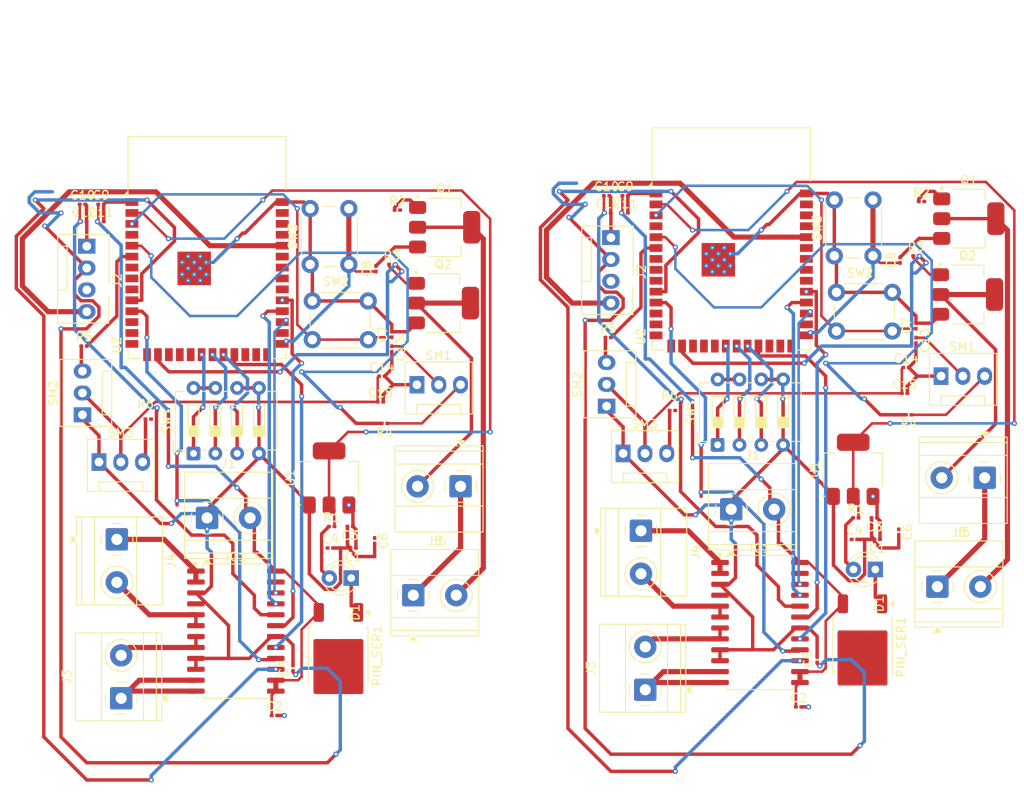
<source format=kicad_pcb>
(kicad_pcb (version 20241229) (generator "pcbnew") (generator_version "9.0")
  (layers (0 "F.Cu" signal) (2 "B.Cu" signal) (13 "F.Paste" user) (15 "B.Paste" user) (5 "F.SilkS" user "F.Silkscreen") (7 "B.SilkS" user "B.Silkscreen") (1 "F.Mask" user) (3 "B.Mask" user) (25 "Edge.Cuts" user))
  (net 0 "")
  (net 1 "+3.3V")
  (net 2 "GND")
  (net 3 "Net-(U1-VI)")
  (net 4 "VIN")
  (net 5 "+5")
  (net 6 "Net-(J5-Pin_2)")
  (net 7 "Net-(Q1-B)")
  (net 8 "Net-(Q2-B)")
  (net 9 "Net-(SM1-Pin_3)")
  (net 10 "VIN_SERV02")
  (net 11 "Net-(SM2-Pin_3)")
  (net 12 "VIN_SERV0")
  (net 13 "Net-(SM3-Pin_3)")
  (net 15 "TX")
  (net 16 "PIN_SERV01")
  (net 17 "PIN_DIP3")
  (net 19 "AIN2")
  (net 21 "PIN_SERV02")
  (net 22 "PWMA")
  (net 25 "PIN_DIP1")
  (net 26 "X")
  (net 28 "BIN1")
  (net 30 "BIN2")
  (net 33 "EN")
  (net 34 "PIN_PS1")
  (net 35 "PIN_PS2")
  (net 36 "BZ")
  (net 37 "STBY")
  (net 38 "RX")
  (net 39 "PWMB")
  (net 40 "PIN_DIP2")
  (net 41 "LAMP")
  (net 43 "AIN1")
  (net 45 "BT")
  (net 50 "Net-(IC1-VCC)")
  (net 51 "Net-(D1-A)")
  (net 52 "MA1")
  (net 53 "MB2")
  (net 54 "MB1")
  (net 55 "MA2")
  (net 56 "VIN-SERVO")
  (net 57 "Net-(J6-Pin_2)")
  (net 58 "PIN_SERV03")
  (footprint "Package_TO_SOT_SMD:TO-252-2" (layer "F.Cu") (at 129.55 140.35 -90)
    (property "Reference" "PIN_SER1")
    (property "Value" "AZ1117D-ADJ")
  )
  (footprint "Capacitor_SMD:C_0201_0603Metric" (layer "F.Cu") (at 134.615 107.81)
    (property "Reference" "C14")
    (property "Value" "470uf")
  )
  (footprint "Resistor_SMD:R_0201_0603Metric" (layer "F.Cu") (at 75.42 89.4825)
    (property "Reference" "R2")
    (property "Value" "1K")
  )
  (footprint "Connector:FanPinHeader_1x03_P2.54mm_Vertical" (layer "F.Cu") (at 38.77 113.31 90)
    (property "Reference" "SM2")
    (property "Value" "Conn_01x03_Pin")
  )
  (footprint "Button_Switch_THT:SW_DIP_SPSTx04_Slide_6.7x11.72mm_W7.62mm_P2.54mm_LowProfile" (layer "F.Cu") (at 112.69 116.81 90)
    (property "Reference" "SW1")
    (property "Value" "SW_DIP_x03")
  )
  (footprint "Package_TO_SOT_SMD:SOT-223-3_TabPin2" (layer "F.Cu") (at 80.77 100.31)
    (property "Reference" "Q2")
    (property "Value" "PZT2222A")
  )
  (footprint "TerminalBlock_Phoenix:TerminalBlock_Phoenix_MKDS-1,5-2_1x02_P5.00mm_Horizontal" (layer "F.Cu") (at 114.27 124.31)
    (property "Reference" "J1")
    (property "Value" "Screw_Terminal_01x02")
  )
  (footprint "Capacitor_SMD:C_0201_0603Metric" (layer "F.Cu") (at 128.615 127.81)
    (property "Reference" "C4")
    (property "Value" "0.1uf")
  )
  (footprint "Resistor_SMD:R_0201_0603Metric" (layer "F.Cu") (at 74.77 95.81)
    (property "Reference" "R3")
    (property "Value" "1K")
  )
  (footprint "Capacitor_SMD:C_0201_0603Metric" (layer "F.Cu") (at 122.115 147.31)
    (property "Reference" "C2")
    (property "Value" "0.1uf")
  )
  (footprint "TerminalBlock_Phoenix:TerminalBlock_Phoenix_MKDS-1,5-2_1x02_P5.00mm_Horizontal" (layer "F.Cu") (at 143.77 120.6375 180)
    (property "Reference" "J6")
    (property "Value" "BZ")
  )
  (footprint "Capacitor_SMD:C_0201_0603Metric" (layer "F.Cu") (at 133.925 95.31 90)
    (property "Reference" "C8")
    (property "Value" "0.1uf")
  )
  (footprint "Package_SO:SOIC-24W_7.5x15.4mm_P1.27mm" (layer "F.Cu") (at 117.62 137.485)
    (property "Reference" "IC1")
    (property "Value" "TB6612FNG,C,8,EL")
  )
  (footprint "Package_TO_SOT_SMD:SOT-223-3_TabPin2" (layer "F.Cu") (at 128.47 119.66 90)
    (property "Reference" "U1")
    (property "Value" "AMS1117-3.3")
  )
  (footprint "Capacitor_SMD:C_0201_0603Metric" (layer "F.Cu") (at 74.77 103.965 90)
    (property "Reference" "C7")
    (property "Value" "0.1uf")
  )
  (footprint "RF_Module:ESP32-S3-WROOM-1" (layer "F.Cu") (at 53.27 93.81)
    (property "Reference" "U2")
    (property "Value" "ESP32-S3-WROOM-1")
  )
  (footprint "Resistor_SMD:R_0201_0603Metric" (layer "F.Cu") (at 99.95 104.31)
    (property "Reference" "R5")
    (property "Value" "330")
  )
  (footprint "Capacitor_SMD:C_0201_0603Metric" (layer "F.Cu") (at 73.615 108.81)
    (property "Reference" "C14")
    (property "Value" "470uf")
  )
  (footprint "Button_Switch_THT:SW_PUSH_6mm_H7.3mm" (layer "F.Cu") (at 65.27 95.81 90)
    (property "Reference" "SW3")
    (property "Value" "SW_Push")
  )
  (footprint "Connector:FanPinHeader_1x03_P2.54mm_Vertical" (layer "F.Cu") (at 101.69 117.81)
    (property "Reference" "SM3")
    (property "Value" "Conn_01x03_Pin")
  )
  (footprint "Capacitor_SMD:C_0201_0603Metric" (layer "F.Cu") (at 135.77 104.655 -90)
    (property "Reference" "C13")
    (property "Value" "470uf")
  )
  (footprint "TerminalBlock_Phoenix:TerminalBlock_Phoenix_MKDS-1,5-2_1x02_P5.00mm_Horizontal" (layer "F.Cu") (at 138.27 133.31)
    (property "Reference" "J5")
    (property "Value" "LAMP")
  )
  (footprint "Capacitor_SMD:C_0201_0603Metric" (layer "F.Cu") (at 101.925 89.81)
    (property "Reference" "C11")
    (property "Value" "10uf")
  )
  (footprint "Resistor_SMD:R_0201_0603Metric" (layer "F.Cu") (at 38.95 105.31)
    (property "Reference" "R5")
    (property "Value" "330")
  )
  (footprint "Capacitor_SMD:C_0201_0603Metric" (layer "F.Cu") (at 40.925 88.81)
    (property "Reference" "C9")
    (property "Value" "0.1uf")
  )
  (footprint "TerminalBlock_Phoenix:TerminalBlock_Phoenix_MKDS-1,5-2_1x02_P5.00mm_Horizontal" (layer "F.Cu") (at 42.77 127.81 -90)
    (property "Reference" "J4")
    (property "Value" "MOTOR2")
  )
  (footprint "Connector:FanPinHeader_1x04_P2.54mm_Vertical" (layer "F.Cu") (at 100.27 92.69 -90)
    (property "Reference" "J2")
    (property "Value" "Conn_01x04_Pin")
  )
  (footprint "Resistor_SMD:R_0201_0603Metric" (layer "F.Cu") (at 67.77 126.31)
    (property "Reference" "R1")
    (property "Value" "R")
  )
  (footprint "Resistor_SMD:R_0201_0603Metric" (layer "F.Cu") (at 135.77 94.81)
    (property "Reference" "R3")
    (property "Value" "1K")
  )
  (footprint "Button_Switch_THT:SW_DIP_SPSTx04_Slide_6.7x11.72mm_W7.62mm_P2.54mm_LowProfile" (layer "F.Cu") (at 51.69 117.81 90)
    (property "Reference" "SW1")
    (property "Value" "SW_DIP_x03")
  )
  (footprint "TerminalBlock_Phoenix:TerminalBlock_Phoenix_MKDS-1,5-2_1x02_P5.00mm_Horizontal" (layer "F.Cu") (at 43.27 146.31 90)
    (property "Reference" "J3")
    (property "Value" "MOTOT 1")
  )
  (footprint "Capacitor_SMD:C_0201_0603Metric" (layer "F.Cu") (at 135.77 102.965 90)
    (property "Reference" "C7")
    (property "Value" "0.1uf")
  )
  (footprint "Connector:FanPinHeader_1x03_P2.54mm_Vertical" (layer "F.Cu") (at 77.69 109.81)
    (property "Reference" "SM1")
    (property "Value" "Conn_01x03_Pin")
  )
  (footprint "Capacitor_SMD:C_0201_0603Metric" (layer "F.Cu") (at 69.925 126.31 180)
    (property "Reference" "C3")
    (property "Value" "0.1uf")
  )
  (footprint "Package_TO_SOT_SMD:SOT-223-3_TabPin2" (layer "F.Cu") (at 67.47 120.66 90)
    (property "Reference" "U1")
    (property "Value" "AMS1117-3.3")
  )
  (footprint "Resistor_SMD:R_0201_0603Metric" (layer "F.Cu") (at 128.77 125.31)
    (property "Reference" "R1")
    (property "Value" "R")
  )
  (footprint "Package_TO_SOT_SMD:SOT-223-3_TabPin2" (layer "F.Cu") (at 141.92 90.4825)
    (property "Reference" "Q1")
    (property "Value" "PZT2222A")
  )
  (footprint "Resistor_SMD:R_0201_0603Metric" (layer "F.Cu") (at 134.925 113.31 180)
    (property "Reference" "R4")
    (property "Value" "330")
  )
  (footprint "Capacitor_SMD:C_0201_0603Metric" (layer "F.Cu") (at 74.77 105.655 -90)
    (property "Reference" "C13")
    (property "Value" "470uf")
  )
  (footprint "Capacitor_SMD:C_0201_0603Metric" (layer "F.Cu") (at 131.27 127.81 180)
    (property "Reference" "C1")
    (property "Value" "0.1uf")
  )
  (footprint "TerminalBlock_Phoenix:TerminalBlock_Phoenix_MKDS-1,5-2_1x02_P5.00mm_Horizontal" (layer "F.Cu") (at 103.77 126.81 -90)
    (property "Reference" "J4")
    (property "Value" "MOTOR2")
  )
  (footprint "Button_Switch_THT:SW_PUSH_6mm_H7.3mm" (layer "F.Cu") (at 126.27 94.81 90)
    (property "Reference" "SW3")
    (property "Value" "SW_Push")
  )
  (footprint "Resistor_SMD:R_0201_0603Metric" (layer "F.Cu") (at 136.42 88.4825)
    (property "Reference" "R2")
    (property "Value" "1K")
  )
  (footprint "TerminalBlock_Phoenix:TerminalBlock_Phoenix_MKDS-1,5-2_1x02_P5.00mm_Horizontal" (layer "F.Cu") (at 53.27 125.31)
    (property "Reference" "J1")
    (property "Value" "Screw_Terminal_01x02")
  )
  (footprint "Button_Switch_THT:SW_PUSH_6mm_H7.3mm" (layer "F.Cu") (at 126.52 99.06)
    (property "Reference" "SW2")
    (property "Value" "SW_Push")
  )
  (footprint "Capacitor_SMD:C_0201_0603Metric" (layer "F.Cu") (at 130.925 125.31 180)
    (property "Reference" "C3")
    (property "Value" "0.1uf")
  )
  (footprint "Capacitor_SMD:C_0201_0603Metric" (layer "F.Cu") (at 99.77 87.81)
    (property "Reference" "C10")
    (property "Value" "0.1uf")
  )
  (footprint "Capacitor_SMD:C_0201_0603Metric" (layer "F.Cu") (at 61.115 148.31)
    (property "Reference" "C2")
    (property "Value" "0.1uf")
  )
  (footprint "Package_TO_SOT_SMD:SOT-223-3_TabPin2" (layer "F.Cu") (at 80.92 91.4825)
    (property "Reference" "Q1")
    (property "Value" "PZT2222A")
  )
  (footprint "Capacitor_SMD:C_0201_0603Metric" (layer "F.Cu") (at 38.77 88.81)
    (property "Reference" "C10")
    (property "Value" "0.1uf")
  )
  (footprint "Capacitor_SMD:C_0201_0603Metric" (layer "F.Cu") (at 40.925 90.81)
    (property "Reference" "C11")
    (property "Value" "10uf")
  )
  (footprint "Capacitor_SMD:C_0201_0603Metric" (layer "F.Cu") (at 38.925 90.81)
    (property "Reference" "C12")
    (property "Value" "10uf")
  )
  (footprint "TerminalBlock_Phoenix:TerminalBlock_Phoenix_MKDS-1,5-2_1x02_P5.00mm_Horizontal" (layer "F.Cu") (at 77.27 134.31)
    (property "Reference" "J5")
    (property "Value" "LAMP")
  )
  (footprint "Button_Switch_THT:SW_PUSH_6mm_H7.3mm" (layer "F.Cu") (at 65.52 100.06)
    (property "Reference" "SW2")
    (property "Value" "SW_Push")
  )
  (footprint "Capacitor_SMD:C_0201_0603Metric" (layer "F.Cu") (at 72.77 127.965 -90)
    (property "Reference" "C6")
    (property "Value" "0.1uf")
  )
  (footprint "LED_THT:LED_D3.0mm" (layer "F.Cu") (at 70.04 132.31 180)
    (property "Reference" "D1")
    (property "Value" "LED")
  )
  (footprint "Package_TO_SOT_SMD:TO-252-2" (layer "F.Cu") (at 68.55 141.35 -90)
    (property "Reference" "PIN_SER1")
    (property "Value" "AZ1117D-ADJ")
  )
  (footprint "Capacitor_SMD:C_0201_0603Metric" (layer "F.Cu") (at 72.925 96.31 90)
    (property "Reference" "C8")
    (property "Value" "0.1uf")
  )
  (footprint "Resistor_SMD:R_0201_0603Metric" (layer "F.Cu") (at 107.425 112.81)
    (property "Reference" "R6")
    (property "Value" "330")
  )
  (footprint "Capacitor_SMD:C_0201_0603Metric" (layer "F.Cu") (at 99.925 89.81)
    (property "Reference" "C12")
    (property "Value" "10uf")
  )
  (footprint "Capacitor_SMD:C_0201_0603Metric" (layer "F.Cu") (at 124.27 141.81 90)
    (property "Reference" "C5")
    (property "Value" "0.1uf")
  )
  (footprint "RF_Module:ESP32-S3-WROOM-1" (layer "F.Cu") (at 114.27 92.81)
    (property "Reference" "U2")
    (property "Value" "ESP32-S3-WROOM-1")
  )
  (footprint "Connector:FanPinHeader_1x03_P2.54mm_Vertical" (layer "F.Cu") (at 99.77 112.31 90)
    (property "Reference" "SM2")
    (property "Value" "Conn_01x03_Pin")
  )
  (footprint "TerminalBlock_Phoenix:TerminalBlock_Phoenix_MKDS-1,5-2_1x02_P5.00mm_Horizontal" (layer "F.Cu") (at 82.77 121.6375 180)
    (property "Reference" "J6")
    (property "Value" "BZ")
  )
  (footprint "Capacitor_SMD:C_0201_0603Metric" (layer "F.Cu") (at 134.45 110.81)
    (property "Reference" "C15")
    (property "Value" "470uf")
  )
  (footprint "Resistor_SMD:R_0201_0603Metric" (layer "F.Cu") (at 46.425 113.81)
    (property "Reference" "R6")
    (property "Value" "330")
  )
  (footprint "Capacitor_SMD:C_0201_0603Metric" (layer "F.Cu") (at 67.615 128.81)
    (property "Reference" "C4")
    (property "Value" "0.1uf")
  )
  (footprint "Connector:FanPinHeader_1x03_P2.54mm_Vertical" (layer "F.Cu") (at 138.69 108.81)
    (property "Reference" "SM1")
    (property "Value" "Conn_01x03_Pin")
  )
  (footprint "TerminalBlock_Phoenix:TerminalBlock_Phoenix_MKDS-1,5-2_1x02_P5.00mm_Horizontal" (layer "F.Cu") (at 104.27 145.31 90)
    (property "Reference" "J3")
    (property "Value" "MOTOT 1")
  )
  (footprint "Connector:FanPinHeader_1x04_P2.54mm_Vertical" (layer "F.Cu") (at 39.27 93.69 -90)
    (property "Reference" "J2")
    (property "Value" "Conn_01x04_Pin")
  )
  (footprint "Capacitor_SMD:C_0201_0603Metric" (layer "F.Cu") (at 73.45 111.81)
    (property "Reference" "C15")
    (property "Value" "470uf")
  )
  (footprint "Connector:FanPinHeader_1x03_P2.54mm_Vertical" (layer "F.Cu") (at 40.69 118.81)
    (property "Reference" "SM3")
    (property "Value" "Conn_01x03_Pin")
  )
  (footprint "Package_TO_SOT_SMD:SOT-223-3_TabPin2" (layer "F.Cu") (at 141.77 99.31)
    (property "Reference" "Q2")
    (property "Value" "PZT2222A")
  )
  (footprint "Capacitor_SMD:C_0201_0603Metric" (layer "F.Cu") (at 101.925 87.81)
    (property "Reference" "C9")
    (property "Value" "0.1uf")
  )
  (footprint "Capacitor_SMD:C_0201_0603Metric" (layer "F.Cu") (at 70.27 128.81 180)
    (property "Reference" "C1")
    (property "Value" "0.1uf")
  )
  (footprint "Capacitor_SMD:C_0201_0603Metric" (layer "F.Cu") (at 133.77 126.965 -90)
    (property "Reference" "C6")
    (property "Value" "0.1uf")
  )
  (footprint "LED_THT:LED_D3.0mm" (layer "F.Cu") (at 131.04 131.31 180)
    (property "Reference" "D1")
    (property "Value" "LED")
  )
  (footprint "Capacitor_SMD:C_0201_0603Metric" (layer "F.Cu") (at 63.27 142.81 90)
    (property "Reference" "C5")
    (property "Value" "0.1uf")
  )
  (footprint "Resistor_SMD:R_0201_0603Metric" (layer "F.Cu") (at 73.925 114.31 180)
    (property "Reference" "R4")
    (property "Value" "330")
  )
  (footprint "Package_SO:SOIC-24W_7.5x15.4mm_P1.27mm" (layer "F.Cu") (at 56.62 138.485)
    (property "Reference" "IC1")
    (property "Value" "TB6612FNG,C,8,EL")
  )
  (segment (start 51.69 110.19) (end 54.23 110.19) (width 0.4) (layer "F.Cu") (net 0))
  (segment (start 112.69 109.19) (end 115.23 109.19) (width 0.4) (layer "F.Cu") (net 0))
  (segment (start 67.47 123.81) (end 68.09 124.43) (width 0.3) (layer "F.Cu") (net 1))
  (segment (start 45.78 89.82) (end 48.77 92.81) (width 0.3) (layer "F.Cu") (net 1))
  (segment (start 106.78 88.82) (end 109.77 91.81) (width 0.3) (layer "F.Cu") (net 1))
  (segment (start 69.67 115.31) (end 67.47 117.51) (width 0.3) (layer "F.Cu") (net 1))
  (segment (start 68.09 124.43) (end 68.09 126.31) (width 0.3) (layer "F.Cu") (net 1))
  (segment (start 129.09 123.43) (end 129.09 125.31) (width 0.3) (layer "F.Cu") (net 1))
  (segment (start 120.77 87.31) (end 121.869 86.211) (width 0.3) (layer "F.Cu") (net 1))
  (segment (start 128.47 116.51) (end 128.47 122.81) (width 0.3) (layer "F.Cu") (net 1))
  (segment (start 44.52 89.82) (end 45.78 89.82) (width 0.3) (layer "F.Cu") (net 1))
  (segment (start 59.77 88.31) (end 60.869 87.211) (width 0.3) (layer "F.Cu") (net 1))
  (segment (start 121.869 86.211) (end 143.909268 86.211) (width 0.3) (layer "F.Cu") (net 1))
  (segment (start 128.47 122.81) (end 129.09 123.43) (width 0.3) (layer "F.Cu") (net 1))
  (segment (start 143.909268 86.211) (end 147.221 89.522732) (width 0.3) (layer "F.Cu") (net 1))
  (segment (start 130.67 114.31) (end 128.47 116.51) (width 0.3) (layer "F.Cu") (net 1))
  (segment (start 105.52 88.82) (end 106.78 88.82) (width 0.3) (layer "F.Cu") (net 1))
  (segment (start 86.221 90.522732) (end 86.221 115.31) (width 0.3) (layer "F.Cu") (net 1))
  (segment (start 60.869 87.211) (end 82.909268 87.211) (width 0.3) (layer "F.Cu") (net 1))
  (segment (start 67.47 117.51) (end 67.47 123.81) (width 0.3) (layer "F.Cu") (net 1))
  (segment (start 82.909268 87.211) (end 86.221 90.522732) (width 0.3) (layer "F.Cu") (net 1))
  (segment (start 147.221 89.522732) (end 147.221 114.31) (width 0.3) (layer "F.Cu") (net 1))
  (segment (start 132.77 114.31) (end 130.67 114.31) (width 0.3) (layer "F.Cu") (net 1))
  (segment (start 71.77 115.31) (end 69.67 115.31) (width 0.3) (layer "F.Cu") (net 1))
  (via (at 48.77 92.81) (size 0.6) (drill 0.3) (layers "F.Cu" "B.Cu") (net 1))
  (via (at 109.77 91.81) (size 0.6) (drill 0.3) (layers "F.Cu" "B.Cu") (net 1))
  (via (at 86.221 115.31) (size 0.6) (drill 0.3) (layers "F.Cu" "B.Cu") (net 1))
  (via (at 147.221 114.31) (size 0.6) (drill 0.3) (layers "F.Cu" "B.Cu") (net 1))
  (via (at 59.77 88.31) (size 0.6) (drill 0.3) (layers "F.Cu" "B.Cu") (net 1))
  (via (at 71.77 115.31) (size 0.6) (drill 0.3) (layers "F.Cu" "B.Cu") (net 1))
  (via (at 132.77 114.31) (size 0.6) (drill 0.3) (layers "F.Cu" "B.Cu") (net 1))
  (via (at 120.77 87.31) (size 0.6) (drill 0.3) (layers "F.Cu" "B.Cu") (net 1))
  (segment (start 147.221 114.31) (end 132.77 114.31) (width 0.3) (layer "B.Cu") (net 1))
  (segment (start 48.77 92.81) (end 55.27 92.81) (width 0.3) (layer "B.Cu") (net 1))
  (segment (start 116.27 91.81) (end 120.77 87.31) (width 0.3) (layer "B.Cu") (net 1))
  (segment (start 86.221 115.31) (end 71.77 115.31) (width 0.3) (layer "B.Cu") (net 1))
  (segment (start 55.27 92.81) (end 59.77 88.31) (width 0.3) (layer "B.Cu") (net 1))
  (segment (start 109.77 91.81) (end 116.27 91.81) (width 0.3) (layer "B.Cu") (net 1))
  (segment (start 130.605 127.465) (end 130.605 125.31) (width 0.4) (layer "F.Cu") (net 2))
  (segment (start 51.97 134.04) (end 55.77 137.84) (width 0.4) (layer "F.Cu") (net 2))
  (segment (start 120.31 116.81) (end 126.17 122.67) (width 0.4) (layer "F.Cu") (net 2))
  (segment (start 123.294999 138.12) (end 122.27 138.12) (width 0.4) (layer "F.Cu") (net 2))
  (segment (start 121.731612 138.12) (end 122.27 138.12) (width 0.4) (layer "F.Cu") (net 2))
  (segment (start 59.31 112.5) (end 59.27 112.46) (width 0.4) (layer "F.Cu") (net 2))
  (segment (start 100.27 92.69) (end 100.27 89.835) (width 0.4) (layer "F.Cu") (net 2))
  (segment (start 100.27 89.835) (end 100.245 89.81) (width 0.4) (layer "F.Cu") (net 2))
  (segment (start 127.961108 132.611) (end 129.038892 132.611) (width 0.4) (layer "F.Cu") (net 2))
  (segment (start 74.77 105.975) (end 74.77 107.975) (width 0.4) (layer "F.Cu") (net 2))
  (segment (start 74.935 109.81) (end 73.935 108.81) (width 0.4) (layer "F.Cu") (net 2))
  (segment (start 119.191612 140.66) (end 121.731612 138.12) (width 0.4) (layer "F.Cu") (net 2))
  (segment (start 129.801 131.848892) (end 129.801 127.841) (width 0.4) (layer "F.Cu") (net 2))
  (segment (start 69.95 128.81) (end 69.605 128.465) (width 0.4) (layer "F.Cu") (net 2))
  (segment (start 73.77 110.975) (end 74.935 109.81) (width 0.4) (layer "F.Cu") (net 2))
  (segment (start 55.77 137.84) (end 55.77 141.66) (width 0.4) (layer "F.Cu") (net 2))
  (segment (start 38.77 113.81) (end 40.69 115.73) (width 0.4) (layer "F.Cu") (net 2))
  (segment (start 99.77 112.31) (end 99.77 112.81) (width 0.4) (layer "F.Cu") (net 2))
  (segment (start 118.42 91.16) (end 117.77 91.81) (width 0.4) (layer "F.Cu") (net 2))
  (segment (start 126.17 122.81) (end 126.17 130.819892) (width 0.4) (layer "F.Cu") (net 2))
  (segment (start 114.27 124.31) (end 114.27 125.61) (width 0.4) (layer "F.Cu") (net 2))
  (segment (start 133.77 128.81) (end 131.648708 128.81) (width 0.4) (layer "F.Cu") (net 2))
  (segment (start 136.1325 92.7825) (end 133.925 94.99) (width 0.4) (layer "F.Cu") (net 2))
  (segment (start 72.77 129.81) (end 70.648708 129.81) (width 0.4) (layer "F.Cu") (net 2))
  (segment (start 63.27 140.095001) (end 62.294999 139.12) (width 0.4) (layer "F.Cu") (net 2))
  (segment (start 62.294999 139.12) (end 61.27 139.12) (width 0.4) (layer "F.Cu") (net 2))
  (segment (start 69.95 129.111292) (end 69.95 128.81) (width 0.4) (layer "F.Cu") (net 2))
  (segment (start 57.42 92.16) (end 56.77 92.81) (width 0.4) (layer "F.Cu") (net 2))
  (segment (start 68.801 132.848892) (end 68.801 128.841) (width 0.4) (layer "F.Cu") (net 2))
  (segment (start 38.77 113.31) (end 38.77 113.81) (width 0.4) (layer "F.Cu") (net 2))
  (segment (start 39.245 88.965) (end 39.245 90.81) (width 0.4) (layer "F.Cu") (net 2))
  (segment (start 138.69 108.81) (end 135.935 108.81) (width 0.4) (layer "F.Cu") (net 2))
  (segment (start 125.51 87.55) (end 123.02 87.55) (width 0.4) (layer "F.Cu") (net 2))
  (segment (start 74.77 102.81) (end 72.02 100.06) (width 0.4) (layer "F.Cu") (net 2))
  (segment (start 102.245 89.81) (end 102.245 87.81) (width 0.4) (layer "F.Cu") (net 2))
  (segment (start 133.77 127.285) (end 133.77 128.81) (width 0.4) (layer "F.Cu") (net 2))
  (segment (start 53.77 133.264999) (end 52.994999 134.04) (width 0.4) (layer "F.Cu") (net 2))
  (segment (start 41.245 90.81) (end 41.245 88.81) (width 0.4) (layer "F.Cu") (net 2))
  (segment (start 112.97 141.93) (end 112.97 140.66) (width 0.4) (layer "F.Cu") (net 2))
  (segment (start 69.605 128.465) (end 69.605 126.31) (width 0.4) (layer "F.Cu") (net 2))
  (segment (start 126.17 122.67) (end 126.17 122.81) (width 0.4) (layer "F.Cu") (net 2))
  (segment (start 74.77 103.645) (end 76.585 103.645) (width 0.4) (layer "F.Cu") (net 2))
  (segment (start 135.77 104.975) (end 135.77 106.975) (width 0.4) (layer "F.Cu") (net 2))
  (segment (start 135.77 106.975) (end 134.935 107.81) (width 0.4) (layer "F.Cu") (net 2))
  (segment (start 129.801 127.841) (end 129.77 127.81) (width 0.4) (layer "F.Cu") (net 2))
  (segment (start 65.27 95.81) (end 65.27 89.31) (width 0.4) (layer "F.Cu") (net 2))
  (segment (start 116.77 140.66) (end 119.191612 140.66) (width 0.4) (layer "F.Cu") (net 2))
  (segment (start 131.04 131.31) (end 131.04 134.52) (width 0.4) (layer "F.Cu") (net 2))
  (segment (start 135.77 102.645) (end 135.77 101.81) (width 0.4) (layer "F.Cu") (net 2))
  (segment (start 57.678 92.16) (end 57.42 92.16) (width 0.4) (layer "F.Cu") (net 2))
  (segment (start 114.77 128.31) (end 114.77 132.264999) (width 0.4) (layer "F.Cu") (net 2))
  (segment (start 134.77 109.975) (end 135.935 108.81) (width 0.4) (layer "F.Cu") (net 2))
  (segment (start 120.31 116.81) (end 120.31 117.27) (width 0.4) (layer "F.Cu") (net 2))
  (segment (start 55.77 141.66) (end 58.191612 141.66) (width 0.4) (layer "F.Cu") (net 2))
  (segment (start 64.51 88.55) (end 62.02 88.55) (width 0.4) (layer "F.Cu") (net 2))
  (segment (start 108.839169 124.959169) (end 110.120831 124.959169) (width 0.4) (layer "F.Cu") (net 2))
  (segment (start 65.17 123.81) (end 65.17 131.819892) (width 0.4) (layer "F.Cu") (net 2))
  (segment (start 66.961108 133.611) (end 68.038892 133.611) (width 0.4) (layer "F.Cu") (net 2))
  (segment (start 138.77 92.7825) (end 136.1325 92.7825) (width 0.4) (layer "F.Cu") (net 2))
  (segment (start 59.31 117.81) (end 59.31 118.27) (width 0.4) (layer "F.Cu") (net 2))
  (segment (start 39.09 88.81) (end 39.245 88.965) (width 0.4) (layer "F.Cu") (net 2))
  (segment (start 99.77 112.81) (end 101.69 114.73) (width 0.4) (layer "F.Cu") (net 2))
  (segment (start 130.95 127.81) (end 130.605 127.465) (width 0.4) (layer "F.Cu") (net 2))
  (segment (start 120.31 116.81) (end 120.31 111.5) (width 0.4) (layer "F.Cu") (net 2))
  (segment (start 70.04 135.52) (end 70.83 136.31) (width 0.4) (layer "F.Cu") (net 2))
  (segment (start 123.02 87.55) (end 122.288 87.55) (width 0.4) (layer "F.Cu") (net 2))
  (segment (start 52.77 124.81) (end 53.27 125.31) (width 0.4) (layer "F.Cu") (net 2))
  (segment (start 101.69 114.73) (end 101.69 117.81) (width 0.4) (layer "F.Cu") (net 2))
  (segment (start 62.02 88.55) (end 61.288 88.55) (width 0.4) (layer "F.Cu") (net 2))
  (segment (start 105.52 87.55) (end 102.505 87.55) (width 0.4) (layer "F.Cu") (net 2))
  (segment (start 120.31 111.5) (end 120.27 111.46) (width 0.4) (layer "F.Cu") (net 2))
  (segment (start 112.97 133.04) (end 116.77 136.84) (width 0.4) (layer "F.Cu") (net 2))
  (segment (start 74.77 107.975) (end 73.935 108.81) (width 0.4) (layer "F.Cu") (net 2))
  (segment (start 129.038892 132.611) (end 129.801 131.848892) (width 0.4) (layer "F.Cu") (net 2))
  (segment (start 126.27 88.31) (end 125.51 87.55) (width 0.4) (layer "F.Cu") (net 2))
  (segment (start 120.31 117.27) (end 113.77 123.81) (width 0.4) (layer "F.Cu") (net 2))
  (segment (start 101.69 117.81) (end 108.839169 124.959169) (width 0.4) (layer "F.Cu") (net 2))
  (segment (start 135.77 101.81) (end 133.02 99.06) (width 0.4) (layer "F.Cu") (net 2))
  (segment (start 112.97 140.66) (end 116.77 140.66) (width 0.4) (layer "F.Cu") (net 2))
  (segment (start 59.31 118.27) (end 52.77 124.81) (width 0.4) (layer "F.Cu") (net 2))
  (segment (start 70.648708 129.81) (end 69.95 129.111292) (width 0.4) (layer "F.Cu") (net 2))
  (segment (start 65.17 131.819892) (end 66.961108 133.611) (width 0.4) (layer "F.Cu") (net 2))
  (segment (start 133.02 99.06) (end 126.52 99.06) (width 0.4) (layer "F.Cu") (net 2))
  (segment (start 126.52 95.06) (end 126.27 94.81) (width 0.4) (layer "F.Cu") (net 2))
  (segment (start 72.77 128.285) (end 72.77 129.81) (width 0.4) (layer "F.Cu") (net 2))
  (segment (start 40.69 115.73) (end 40.69 118.81) (width 0.4) (layer "F.Cu") (net 2))
  (segment (start 39.27 90.835) (end 39.245 90.81) (width 0.4) (layer "F.Cu") (net 2))
  (segment (start 65.52 100.06) (end 65.52 96.06) (width 0.4) (layer "F.Cu") (net 2))
  (segment (start 123.27 147.31) (end 122.435 147.31) (width 0.4) (layer "F.Cu") (net 2))
  (segment (start 118.678 91.16) (end 118.42 91.16) (width 0.4) (layer "F.Cu") (net 2))
  (segment (start 126.52 99.06) (end 126.52 95.06) (width 0.4) (layer "F.Cu") (net 2))
  (segment (start 65.52 96.06) (end 65.27 95.81) (width 0.4) (layer "F.Cu") (net 2))
  (segment (start 134.77 110.81) (end 134.77 109.975) (width 0.4) (layer "F.Cu") (net 2))
  (segment (start 52.994999 134.04) (end 51.97 134.04) (width 0.4) (layer "F.Cu") (net 2))
  (segment (start 73.77 111.81) (end 73.77 110.975) (width 0.4) (layer "F.Cu") (net 2))
  (segment (start 120.31 109.19) (end 117.77 109.19) (width 0.4) (layer "F.Cu") (net 2))
  (segment (start 124.27 139.095001) (end 123.294999 138.12) (width 0.4) (layer "F.Cu") (net 2))
  (segment (start 68.77 128.81) (end 69.95 128.81) (width 0.4) (layer "F.Cu") (net 2))
  (segment (start 116.77 136.84) (end 116.77 140.66) (width 0.4) (layer "F.Cu") (net 2))
  (segment (start 137.585 102.645) (end 138.62 101.61) (width 0.4) (layer "F.Cu") (net 2))
  (segment (start 124.27 141.49) (end 124.27 139.095001) (width 0.4) (layer "F.Cu") (net 2))
  (segment (start 77.77 93.7825) (end 75.1325 93.7825) (width 0.4) (layer "F.Cu") (net 2))
  (segment (start 100.245 87.965) (end 100.245 89.81) (width 0.4) (layer "F.Cu") (net 2))
  (segment (start 129.77 127.81) (end 130.95 127.81) (width 0.4) (layer "F.Cu") (net 2))
  (segment (start 131.04 134.52) (end 131.83 135.31) (width 0.4) (layer "F.Cu") (net 2))
  (segment (start 51.97 142.93) (end 51.97 141.66) (width 0.4) (layer "F.Cu") (net 2))
  (segment (start 67.935 128.81) (end 68.77 128.81) (width 0.4) (layer "F.Cu") (net 2))
  (segment (start 135.77 102.645) (end 137.585 102.645) (width 0.4) (layer "F.Cu") (net 2))
  (segment (start 59.31 110.19) (end 56.77 110.19) (width 0.4) (layer "F.Cu") (net 2))
  (segment (start 70.04 132.31) (end 70.04 135.52) (width 0.4) (layer "F.Cu") (net 2))
  (segment (start 58.191612 141.66) (end 60.731612 139.12) (width 0.4) (layer "F.Cu") (net 2))
  (segment (start 113.77 123.81) (end 114.27 124.31) (width 0.4) (layer "F.Cu") (net 2))
  (segment (start 62.27 148.31) (end 61.435 148.31) (width 0.4) (layer "F.Cu") (net 2))
  (segment (start 53.77 129.31) (end 53.77 133.264999) (width 0.4) (layer "F.Cu") (net 2))
  (segment (start 51.97 141.66) (end 55.77 141.66) (width 0.4) (layer "F.Cu") (net 2))
  (segment (start 68.801 128.841) (end 68.77 128.81) (width 0.4) (layer "F.Cu") (net 2))
  (segment (start 74.77 103.645) (end 74.77 102.81) (width 0.4) (layer "F.Cu") (net 2))
  (segment (start 63.27 142.49) (end 63.27 140.095001) (width 0.4) (layer "F.Cu") (net 2))
  (segment (start 65.27 89.31) (end 64.51 88.55) (width 0.4) (layer "F.Cu") (net 2))
  (segment (start 44.52 88.55) (end 41.505 88.55) (width 0.4) (layer "F.Cu") (net 2))
  (segment (start 68.038892 133.611) (end 68.801 132.848892) (width 0.4) (layer "F.Cu") (net 2))
  (segment (start 72.02 100.06) (end 65.52 100.06) (width 0.4) (layer "F.Cu") (net 2))
  (segment (start 61.288 88.55) (end 57.678 92.16) (width 0.4) (layer "F.Cu") (net 2))
  (segment (start 126.17 130.819892) (end 127.961108 132.611) (width 0.4) (layer "F.Cu") (net 2))
  (segment (start 47.839169 125.959169) (end 49.120831 125.959169) (width 0.4) (layer "F.Cu") (net 2))
  (segment (start 75.1325 93.7825) (end 72.925 95.99) (width 0.4) (layer "F.Cu") (net 2))
  (segment (start 65.17 123.67) (end 65.17 123.81) (width 0.4) (layer "F.Cu") (net 2))
  (segment (start 130.95 128.111292) (end 130.95 127.81) (width 0.4) (layer "F.Cu") (net 2))
  (segment (start 135.935 108.81) (end 134.935 107.81) (width 0.4) (layer "F.Cu") (net 2))
  (segment (start 131.648708 128.81) (end 130.95 128.111292) (width 0.4) (layer "F.Cu") (net 2))
  (segment (start 102.505 87.55) (end 102.245 87.81) (width 0.4) (layer "F.Cu") (net 2))
  (segment (start 59.31 117.81) (end 59.31 112.5) (width 0.4) (layer "F.Cu") (net 2))
  (segment (start 113.994999 133.04) (end 112.97 133.04) (width 0.4) (layer "F.Cu") (net 2))
  (segment (start 60.731612 139.12) (end 61.27 139.12) (width 0.4) (layer "F.Cu") (net 2))
  (segment (start 59.31 117.81) (end 65.17 123.67) (width 0.4) (layer "F.Cu") (net 2))
  (segment (start 77.69 109.81) (end 74.935 109.81) (width 0.4) (layer "F.Cu") (net 2))
  (segment (start 39.27 93.69) (end 39.27 90.835) (width 0.4) (layer "F.Cu") (net 2))
  (segment (start 53.27 125.31) (end 53.27 126.61) (width 0.4) (layer "F.Cu") (net 2))
  (segment (start 41.505 88.55) (end 41.245 88.81) (width 0.4) (layer "F.Cu") (net 2))
  (segment (start 114.77 132.264999) (end 113.994999 133.04) (width 0.4) (layer "F.Cu") (net 2))
  (segment (start 128.935 127.81) (end 129.77 127.81) (width 0.4) (layer "F.Cu") (net 2))
  (segment (start 76.585 103.645) (end 77.62 102.61) (width 0.4) (layer "F.Cu") (net 2))
  (segment (start 40.69 118.81) (end 47.839169 125.959169) (width 0.4) (layer "F.Cu") (net 2))
  (segment (start 122.288 87.55) (end 118.678 91.16) (width 0.4) (layer "F.Cu") (net 2))
  (segment (start 126.27 94.81) (end 126.27 88.31) (width 0.4) (layer "F.Cu") (net 2))
  (segment (start 100.09 87.81) (end 100.245 87.965) (width 0.4) (layer "F.Cu") (net 2))
  (via (at 56.77 92.81) (size 0.6) (drill 0.3) (layers "F.Cu" "B.Cu") (net 2))
  (via (at 53.27 126.61) (size 0.6) (drill 0.3) (layers "F.Cu" "B.Cu") (net 2))
  (via (at 117.77 91.81) (size 0.6) (drill 0.3) (layers "F.Cu" "B.Cu") (net 2))
  (via (at 59.27 112.46) (size 0.6) (drill 0.3) (layers "F.Cu" "B.Cu") (net 2))
  (via (at 49.120831 125.959169) (size 0.6) (drill 0.3) (layers "F.Cu" "B.Cu") (net 2))
  (via (at 114.27 125.61) (size 0.6) (drill 0.3) (layers "F.Cu" "B.Cu") (net 2))
  (via (at 62.27 148.31) (size 0.6) (drill 0.3) (layers "F.Cu" "B.Cu") (net 2))
  (via (at 110.120831 124.959169) (size 0.6) (drill 0.3) (layers "F.Cu" "B.Cu") (net 2))
  (via (at 123.27 147.31) (size 0.6) (drill 0.3) (layers "F.Cu" "B.Cu") (net 2))
  (via (at 120.27 111.46) (size 0.6) (drill 0.3) (layers "F.Cu" "B.Cu") (net 2))
  (segment (start 114.27 127.81) (end 114.77 128.31) (width 0.4) (layer "B.Cu") (net 2))
  (segment (start 49.120831 125.959169) (end 50.27 124.81) (width 0.4) (layer "B.Cu") (net 2))
  (segment (start 120.27 109.23) (end 120.31 109.19) (width 0.4) (layer "B.Cu") (net 2))
  (segment (start 53.27 126.61) (end 53.27 128.81) (width 0.4) (layer "B.Cu") (net 2))
  (segment (start 114.27 125.61) (end 114.27 127.81) (width 0.4) (layer "B.Cu") (net 2))
  (segment (start 53.27 128.81) (end 53.77 129.31) (width 0.4) (layer "B.Cu") (net 2))
  (segment (start 120.27 111.46) (end 120.27 109.23) (width 0.4) (layer "B.Cu") (net 2))
  (segment (start 59.27 110.23) (end 59.31 110.19) (width 0.4) (layer "B.Cu") (net 2))
  (segment (start 50.27 124.81) (end 52.77 124.81) (width 0.4) (layer "B.Cu") (net 2))
  (segment (start 54.01 95.57) (end 53.17 95.57) (width 0.4) (layer "B.Cu") (net 2))
  (segment (start 111.27 123.81) (end 113.77 123.81) (width 0.4) (layer "B.Cu") (net 2))
  (segment (start 59.27 112.46) (end 59.27 110.23) (width 0.4) (layer "B.Cu") (net 2))
  (segment (start 56.77 92.81) (end 54.01 95.57) (width 0.4) (layer "B.Cu") (net 2))
  (segment (start 117.77 91.81) (end 115.01 94.57) (width 0.4) (layer "B.Cu") (net 2))
  (segment (start 115.01 94.57) (end 114.17 94.57) (width 0.4) (layer "B.Cu") (net 2))
  (segment (start 110.120831 124.959169) (end 111.27 123.81) (width 0.4) (layer "B.Cu") (net 2))
  (segment (start 70.245 124.285) (end 69.77 123.81) (width 0.4) (layer "F.Cu") (net 3))
  (segment (start 131.245 125.31) (end 131.245 123.285) (width 0.4) (layer "F.Cu") (net 3))
  (segment (start 131.59 125.655) (end 131.245 125.31) (width 0.4) (layer "F.Cu") (net 3))
  (segment (start 131.245 123.285) (end 130.77 122.81) (width 0.4) (layer "F.Cu") (net 3))
  (segment (start 131.59 127.81) (end 131.59 125.655) (width 0.4) (layer "F.Cu") (net 3))
  (segment (start 70.245 126.31) (end 70.245 124.285) (width 0.4) (layer "F.Cu") (net 3))
  (segment (start 70.59 128.81) (end 70.59 126.655) (width 0.4) (layer "F.Cu") (net 3))
  (segment (start 70.59 126.655) (end 70.245 126.31) (width 0.4) (layer "F.Cu") (net 3))
  (via (at 69.77 123.81) (size 0.6) (drill 0.3) (layers "F.Cu" "B.Cu") (net 3))
  (via (at 130.77 122.81) (size 0.6) (drill 0.3) (layers "F.Cu" "B.Cu") (net 3))
  (segment (start 59.08 129.31) (end 61.27 131.5) (width 0.4) (layer "F.Cu") (net 4))
  (segment (start 48.77 119.31) (end 48.77 112.81) (width 0.4) (layer "F.Cu") (net 4))
  (segment (start 124.852877 143.201) (end 124.313569 143.201) (width 0.3) (layer "F.Cu") (net 4))
  (segment (start 62.294999 131.5) (end 66.27 135.475001) (width 0.3) (layer "F.Cu") (net 4))
  (segment (start 119.77 124.81) (end 118.77 123.81) (width 0.4) (layer "F.Cu") (net 4))
  (segment (start 119.77 128.31) (end 120.08 128.31) (width 0.4) (layer "F.Cu") (net 4))
  (segment (start 121.795 144.945) (end 122.27 144.47) (width 0.3) (layer "F.Cu") (net 4))
  (segment (start 109.77 118.31) (end 109.77 111.81) (width 0.4) (layer "F.Cu") (net 4))
  (segment (start 118.77 123.81) (end 118.77 121.81) (width 0.4) (layer "F.Cu") (net 4))
  (segment (start 119.77 128.31) (end 119.77 124.81) (width 0.4) (layer "F.Cu") (net 4))
  (segment (start 120.08 128.31) (end 122.27 130.5) (width 0.4) (layer "F.Cu") (net 4))
  (segment (start 122.27 143.2) (end 122.27 144.47) (width 0.6) (layer "F.Cu") (net 4))
  (segment (start 66.27 135.475001) (end 66.27 136.31) (width 0.3) (layer "F.Cu") (net 4))
  (segment (start 58.77 129.31) (end 58.77 125.81) (width 0.4) (layer "F.Cu") (net 4))
  (segment (start 127.27 135.31) (end 125.27 137.31) (width 0.3) (layer "F.Cu") (net 4))
  (segment (start 63.852877 144.201) (end 63.313569 144.201) (width 0.3) (layer "F.Cu") (net 4))
  (segment (start 60.795 145.945) (end 61.27 145.47) (width 0.3) (layer "F.Cu") (net 4))
  (segment (start 118.77 121.81) (end 117.77 120.81) (width 0.4) (layer "F.Cu") (net 4))
  (segment (start 125.234223 142.819654) (end 124.852877 143.201) (width 0.3) (layer "F.Cu") (net 4))
  (segment (start 124.313569 143.201) (end 124.312569 143.2) (width 0.3) (layer "F.Cu") (net 4))
  (segment (start 63.313569 144.201) (end 63.312569 144.2) (width 0.3) (layer "F.Cu") (net 4))
  (segment (start 127.27 134.475001) (end 127.27 135.31) (width 0.3) (layer "F.Cu") (net 4))
  (segment (start 61.27 144.2) (end 61.27 145.47) (width 0.6) (layer "F.Cu") (net 4))
  (segment (start 124.312569 143.2) (end 122.27 143.2) (width 0.3) (layer "F.Cu") (net 4))
  (segment (start 58.77 125.81) (end 57.77 124.81) (width 0.4) (layer "F.Cu") (net 4))
  (segment (start 60.795 148.31) (end 60.795 145.945) (width 0.3) (layer "F.Cu") (net 4))
  (segment (start 64.234223 143.819654) (end 63.852877 144.201) (width 0.3) (layer "F.Cu") (net 4))
  (segment (start 64.27 138.31) (end 64.27 143.81) (width 0.3) (layer "F.Cu") (net 4))
  (segment (start 58.77 129.31) (end 59.08 129.31) (width 0.4) (layer "F.Cu") (net 4))
  (segment (start 57.77 124.81) (end 57.77 122.81) (width 0.4) (layer "F.Cu") (net 4))
  (segment (start 121.795 147.31) (end 121.795 144.945) (width 0.3) (layer "F.Cu") (net 4))
  (segment (start 61.27 131.5) (end 62.294999 131.5) (width 0.3) (layer "F.Cu") (net 4))
  (segment (start 125.27 137.31) (end 125.27 142.81) (width 0.3) (layer "F.Cu") (net 4))
  (segment (start 125.27 142.81) (end 125.234223 142.81) (width 0.3) (layer "F.Cu") (net 4))
  (segment (start 66.27 136.31) (end 64.27 138.31) (width 0.3) (layer "F.Cu") (net 4))
  (segment (start 40.605 88.81) (end 40.605 90.81) (width 0.3) (layer "F.Cu") (net 4))
  (segment (start 64.27 143.81) (end 64.234223 143.81) (width 0.3) (layer "F.Cu") (net 4))
  (segment (start 57.77 122.81) (end 56.77 121.81) (width 0.4) (layer "F.Cu") (net 4))
  (segment (start 64.234223 143.81) (end 64.234223 143.819654) (width 0.3) (layer "F.Cu") (net 4))
  (segment (start 123.294999 130.5) (end 127.27 134.475001) (width 0.3) (layer "F.Cu") (net 4))
  (segment (start 125.234223 142.81) (end 125.234223 142.819654) (width 0.3) (layer "F.Cu") (net 4))
  (segment (start 101.605 87.81) (end 101.605 89.81) (width 0.3) (layer "F.Cu") (net 4))
  (segment (start 63.312569 144.2) (end 61.27 144.2) (width 0.3) (layer "F.Cu") (net 4))
  (segment (start 122.27 130.5) (end 123.294999 130.5) (width 0.3) (layer "F.Cu") (net 4))
  (via (at 40.515 90.827958) (size 0.6) (drill 0.3) (layers "F.Cu" "B.Cu") (net 4))
  (via (at 56.77 121.81) (size 0.6) (drill 0.3) (layers "F.Cu" "B.Cu") (net 4))
  (via (at 48.77 119.31) (size 0.6) (drill 0.3) (layers "F.Cu" "B.Cu") (net 4))
  (via (at 48.77 112.81) (size 0.6) (drill 0.3) (layers "F.Cu" "B.Cu") (net 4))
  (via (at 109.77 118.31) (size 0.6) (drill 0.3) (layers "F.Cu" "B.Cu") (net 4))
  (via (at 117.77 120.81) (size 0.6) (drill 0.3) (layers "F.Cu" "B.Cu") (net 4))
  (via (at 101.515 89.827958) (size 0.6) (drill 0.3) (layers "F.Cu" "B.Cu") (net 4))
  (via (at 109.77 111.81) (size 0.6) (drill 0.3) (layers "F.Cu" "B.Cu") (net 4))
  (segment (start 104.77 106.81) (end 104.27 106.81) (width 0.4) (layer "B.Cu") (net 4))
  (segment (start 109.77 111.81) (end 104.77 106.81) (width 0.4) (layer "B.Cu") (net 4))
  (segment (start 56.77 121.81) (end 54.27 119.31) (width 0.4) (layer "B.Cu") (net 4))
  (segment (start 117.77 120.81) (end 115.27 118.31) (width 0.4) (layer "B.Cu") (net 4))
  (segment (start 104.27 92.582958) (end 101.515 89.827958) (width 0.4) (layer "B.Cu") (net 4))
  (segment (start 104.27 106.81) (end 104.27 92.582958) (width 0.4) (layer "B.Cu") (net 4))
  (segment (start 48.77 112.81) (end 43.77 107.81) (width 0.4) (layer "B.Cu") (net 4))
  (segment (start 115.27 118.31) (end 109.77 118.31) (width 0.4) (layer "B.Cu") (net 4))
  (segment (start 43.77 107.81) (end 43.27 107.81) (width 0.4) (layer "B.Cu") (net 4))
  (segment (start 43.27 107.81) (end 43.27 93.582958) (width 0.4) (layer "B.Cu") (net 4))
  (segment (start 54.27 119.31) (end 48.77 119.31) (width 0.4) (layer "B.Cu") (net 4))
  (segment (start 43.27 93.582958) (end 40.515 90.827958) (width 0.4) (layer "B.Cu") (net 4))
  (segment (start 63.27 143.236777) (end 63.27 143.13) (width 0.4) (layer "F.Cu") (net 5))
  (segment (start 40.686 100.777606) (end 39.944394 100.036) (width 0.4) (layer "F.Cu") (net 5))
  (segment (start 98.854 96.646) (end 100.27 95.23) (width 0.4) (layer "F.Cu") (net 5))
  (segment (start 101.686 99.777606) (end 100.944394 99.036) (width 0.4) (layer "F.Cu") (net 5))
  (segment (start 97.27 102.31) (end 100.210394 102.31) (width 0.4) (layer "F.Cu") (net 5))
  (segment (start 124.27 142.236777) (end 124.27 142.13) (width 0.4) (layer "F.Cu") (net 5))
  (segment (start 100.944394 99.036) (end 99.595606 99.036) (width 0.4) (layer "F.Cu") (net 5))
  (segment (start 36.27 103.31) (end 39.210394 103.31) (width 0.4) (layer "F.Cu") (net 5))
  (segment (start 124.583223 142.55) (end 124.27 142.236777) (width 0.4) (layer "F.Cu") (net 5))
  (segment (start 39.210394 103.31) (end 40.686 101.834394) (width 0.4) (layer "F.Cu") (net 5))
  (segment (start 63.583223 143.55) (end 63.27 143.236777) (width 0.4) (layer "F.Cu") (net 5))
  (segment (start 98.854 98.294394) (end 98.854 96.646) (width 0.4) (layer "F.Cu") (net 5))
  (segment (start 100.210394 102.31) (end 101.686 100.834394) (width 0.4) (layer "F.Cu") (net 5))
  (segment (start 39.27 96.23) (end 34.375686 91.335686) (width 0.4) (layer "F.Cu") (net 5))
  (segment (start 39.944394 100.036) (end 38.595606 100.036) (width 0.4) (layer "F.Cu") (net 5))
  (segment (start 100.27 152.81) (end 97.27 149.81) (width 0.4) (layer "F.Cu") (net 5))
  (segment (start 37.854 99.294394) (end 37.854 97.646) (width 0.4) (layer "F.Cu") (net 5))
  (segment (start 129.27 151.81) (end 128.27 152.81) (width 0.4) (layer "F.Cu") (net 5))
  (segment (start 38.595606 100.036) (end 37.854 99.294394) (width 0.4) (layer "F.Cu") (net 5))
  (segment (start 68.27 152.81) (end 67.27 153.81) (width 0.4) (layer "F.Cu") (net 5))
  (segment (start 97.27 149.81) (end 97.27 102.31) (width 0.4) (layer "F.Cu") (net 5))
  (segment (start 101.686 100.834394) (end 101.686 99.777606) (width 0.4) (layer "F.Cu") (net 5))
  (segment (start 99.595606 99.036) (end 98.854 98.294394) (width 0.4) (layer "F.Cu") (net 5))
  (segment (start 39.27 153.81) (end 36.27 150.81) (width 0.4) (layer "F.Cu") (net 5))
  (segment (start 36.27 150.81) (end 36.27 103.31) (width 0.4) (layer "F.Cu") (net 5))
  (segment (start 40.686 101.834394) (end 40.686 100.777606) (width 0.4) (layer "F.Cu") (net 5))
  (segment (start 100.27 95.23) (end 95.375686 90.335686) (width 0.4) (layer "F.Cu") (net 5))
  (segment (start 67.27 153.81) (end 39.27 153.81) (width 0.4) (layer "F.Cu") (net 5))
  (segment (start 128.27 152.81) (end 100.27 152.81) (width 0.4) (layer "F.Cu") (net 5))
  (segment (start 37.854 97.646) (end 39.27 96.23) (width 0.4) (layer "F.Cu") (net 5))
  (via (at 97.27 88.81) (size 0.6) (drill 0.3) (layers "F.Cu" "B.Cu") (net 5))
  (via (at 129.27 151.81) (size 0.6) (drill 0.3) (layers "F.Cu" "B.Cu") (net 5))
  (via (at 95.375686 90.335686) (size 0.6) (drill 0.3) (layers "F.Cu" "B.Cu") (net 5))
  (via (at 36.27 103.31) (size 0.6) (drill 0.3) (layers "F.Cu" "B.Cu") (net 5))
  (via (at 100.27 95.23) (size 0.6) (drill 0.3) (layers "F.Cu" "B.Cu") (net 5))
  (via (at 124.583223 142.55) (size 0.6) (drill 0.3) (layers "F.Cu" "B.Cu") (net 5))
  (via (at 36.27 89.81) (size 0.6) (drill 0.3) (layers "F.Cu" "B.Cu") (net 5))
  (via (at 68.27 152.81) (size 0.6) (drill 0.3) (layers "F.Cu" "B.Cu") (net 5))
  (via (at 39.27 96.23) (size 0.6) (drill 0.3) (layers "F.Cu" "B.Cu") (net 5))
  (via (at 63.583223 143.55) (size 0.6) (drill 0.3) (layers "F.Cu" "B.Cu") (net 5))
  (via (at 34.375686 91.335686) (size 0.6) (drill 0.3) (layers "F.Cu" "B.Cu") (net 5))
  (via (at 97.27 102.31) (size 0.6) (drill 0.3) (layers "F.Cu" "B.Cu") (net 5))
  (segment (start 96.27 86.36) (end 94.228636 86.36) (width 0.4) (layer "B.Cu") (net 5))
  (segment (start 33.778636 89.81) (end 36.27 89.81) (width 0.4) (layer "B.Cu") (net 5))
  (segment (start 36.27 89.81) (end 34.744314 91.335686) (width 0.4) (layer "B.Cu") (net 5))
  (segment (start 128.27 141.81) (end 129.77 143.31) (width 0.4) (layer "B.Cu") (net 5))
  (segment (start 124.583223 142.55) (end 125.323223 141.81) (width 0.4) (layer "B.Cu") (net 5))
  (segment (start 94.778636 88.81) (end 97.27 88.81) (width 0.4) (layer "B.Cu") (net 5))
  (segment (start 63.583223 143.55) (end 64.323223 142.81) (width 0.4) (layer "B.Cu") (net 5))
  (segment (start 67.27 142.81) (end 68.77 144.31) (width 0.4) (layer "B.Cu") (net 5))
  (segment (start 34.744314 91.335686) (end 34.375686 91.335686) (width 0.4) (layer "B.Cu") (net 5))
  (segment (start 93.569 87.600364) (end 94.778636 88.81) (width 0.4) (layer "B.Cu") (net 5))
  (segment (start 64.323223 142.81) (end 67.27 142.81) (width 0.4) (layer "B.Cu") (net 5))
  (segment (start 68.77 144.31) (end 68.77 152.31) (width 0.4) (layer "B.Cu") (net 5))
  (segment (start 32.569 88.019636) (end 32.569 88.600364) (width 0.4) (layer "B.Cu") (net 5))
  (segment (start 129.77 143.31) (end 129.77 151.31) (width 0.4) (layer "B.Cu") (net 5))
  (segment (start 97.27 88.81) (end 95.744314 90.335686) (width 0.4) (layer "B.Cu") (net 5))
  (segment (start 32.569 88.600364) (end 33.778636 89.81) (width 0.4) (layer "B.Cu") (net 5))
  (segment (start 95.744314 90.335686) (end 95.375686 90.335686) (width 0.4) (layer "B.Cu") (net 5))
  (segment (start 93.569 87.019636) (end 93.569 87.600364) (width 0.4) (layer "B.Cu") (net 5))
  (segment (start 35.27 87.36) (end 33.228636 87.36) (width 0.4) (layer "B.Cu") (net 5))
  (segment (start 94.228636 86.36) (end 93.569 87.019636) (width 0.4) (layer "B.Cu") (net 5))
  (segment (start 33.228636 87.36) (end 32.569 88.019636) (width 0.4) (layer "B.Cu") (net 5))
  (segment (start 125.323223 141.81) (end 128.27 141.81) (width 0.4) (layer "B.Cu") (net 5))
  (segment (start 68.77 152.31) (end 68.27 152.81) (width 0.4) (layer "B.Cu") (net 5))
  (segment (start 129.77 151.31) (end 129.27 151.81) (width 0.4) (layer "B.Cu") (net 5))
  (segment (start 77.77 91.4825) (end 84.07 91.4825) (width 0.4) (layer "F.Cu") (net 6))
  (segment (start 82.27 134.31) (end 85.421 131.159) (width 0.6) (layer "F.Cu") (net 6))
  (segment (start 138.77 90.4825) (end 145.07 90.4825) (width 0.4) (layer "F.Cu") (net 6))
  (segment (start 146.421 91.8335) (end 145.07 90.4825) (width 0.6) (layer "F.Cu") (net 6))
  (segment (start 143.27 133.31) (end 146.421 130.159) (width 0.6) (layer "F.Cu") (net 6))
  (segment (start 85.421 92.8335) (end 84.07 91.4825) (width 0.6) (layer "F.Cu") (net 6))
  (segment (start 146.421 130.159) (end 146.421 91.8335) (width 0.6) (layer "F.Cu") (net 6))
  (segment (start 85.421 131.159) (end 85.421 92.8335) (width 0.6) (layer "F.Cu") (net 6))
  (segment (start 136.1 88.181208) (end 136.971208 87.31) (width 0.4) (layer "F.Cu") (net 7))
  (segment (start 137.8975 87.31) (end 138.77 88.1825) (width 0.4) (layer "F.Cu") (net 7))
  (segment (start 136.1 88.4825) (end 136.1 88.181208) (width 0.4) (layer "F.Cu") (net 7))
  (segment (start 75.1 89.181208) (end 75.971208 88.31) (width 0.4) (layer "F.Cu") (net 7))
  (segment (start 76.8975 88.31) (end 77.77 89.1825) (width 0.4) (layer "F.Cu") (net 7))
  (segment (start 75.971208 88.31) (end 76.8975 88.31) (width 0.4) (layer "F.Cu") (net 7))
  (segment (start 136.971208 87.31) (end 137.8975 87.31) (width 0.4) (layer "F.Cu") (net 7))
  (segment (start 75.1 89.4825) (end 75.1 89.181208) (width 0.4) (layer "F.Cu") (net 7))
  (segment (start 135.45 95.040582) (end 137.419418 97.01) (width 0.3) (layer "F.Cu") (net 8))
  (segment (start 137.419418 97.01) (end 138.62 97.01) (width 0.3) (layer "F.Cu") (net 8))
  (segment (start 74.45 95.81) (end 74.45 96.040582) (width 0.3) (layer "F.Cu") (net 8))
  (segment (start 76.419418 98.01) (end 77.62 98.01) (width 0.3) (layer "F.Cu") (net 8))
  (segment (start 135.45 94.81) (end 135.45 95.040582) (width 0.3) (layer "F.Cu") (net 8))
  (segment (start 74.45 96.040582) (end 76.419418 98.01) (width 0.3) (layer "F.Cu") (net 8))
  (segment (start 82.77 109.81) (end 78.27 114.31) (width 0.3) (layer "F.Cu") (net 9))
  (segment (start 78.27 114.31) (end 74.245 114.31) (width 0.3) (layer "F.Cu") (net 9))
  (segment (start 139.27 113.31) (end 135.245 113.31) (width 0.3) (layer "F.Cu") (net 9))
  (segment (start 143.77 108.81) (end 139.27 113.31) (width 0.3) (layer "F.Cu") (net 9))
  (segment (start 75.755 105.335) (end 74.77 105.335) (width 0.3) (layer "F.Cu") (net 10))
  (segment (start 136.755 104.335) (end 135.77 104.335) (width 0.3) (layer "F.Cu") (net 10))
  (segment (start 80.23 109.81) (end 75.755 105.335) (width 0.3) (layer "F.Cu") (net 10))
  (segment (start 141.23 108.81) (end 136.755 104.335) (width 0.3) (layer "F.Cu") (net 10))
  (segment (start 38.63 108.09) (end 38.77 108.23) (width 0.4) (layer "F.Cu") (net 11))
  (segment (start 38.63 105.31) (end 38.63 108.09) (width 0.4) (layer "F.Cu") (net 11))
  (segment (start 99.63 107.09) (end 99.77 107.23) (width 0.4) (layer "F.Cu") (net 11))
  (segment (start 99.63 104.31) (end 99.63 107.09) (width 0.4) (layer "F.Cu") (net 11))
  (segment (start 99.77 109.77) (end 104.23 114.23) (width 0.4) (layer "F.Cu") (net 12))
  (segment (start 134.295 107.81) (end 134.13 107.975) (width 0.3) (layer "F.Cu") (net 12))
  (segment (start 134.13 107.975) (end 134.13 110.81) (width 0.3) (layer "F.Cu") (net 12))
  (segment (start 108.23 110.81) (end 104.23 114.81) (width 0.3) (layer "F.Cu") (net 12))
  (segment (start 73.13 111.81) (end 47.23 111.81) (width 0.3) (layer "F.Cu") (net 12))
  (segment (start 73.295 108.81) (end 73.13 108.975) (width 0.3) (layer "F.Cu") (net 12))
  (segment (start 104.23 114.81) (end 104.23 117.81) (width 0.4) (layer "F.Cu") (net 12))
  (segment (start 104.23 114.23) (end 104.23 114.81) (width 0.4) (layer "F.Cu") (net 12))
  (segment (start 47.23 111.81) (end 43.23 115.81) (width 0.3) (layer "F.Cu") (net 12))
  (segment (start 43.23 115.23) (end 43.23 115.81) (width 0.4) (layer "F.Cu") (net 12))
  (segment (start 134.13 110.81) (end 108.23 110.81) (width 0.3) (layer "F.Cu") (net 12))
  (segment (start 38.77 110.77) (end 43.23 115.23) (width 0.4) (layer "F.Cu") (net 12))
  (segment (start 73.13 108.975) (end 73.13 111.81) (width 0.3) (layer "F.Cu") (net 12))
  (segment (start 43.23 115.81) (end 43.23 118.81) (width 0.4) (layer "F.Cu") (net 12))
  (segment (start 107.105 117.475) (end 106.77 117.81) (width 0.4) (layer "F.Cu") (net 13))
  (segment (start 46.105 118.475) (end 45.77 118.81) (width 0.4) (layer "F.Cu") (net 13))
  (segment (start 107.105 112.81) (end 107.105 117.475) (width 0.4) (layer "F.Cu") (net 13))
  (segment (start 46.105 113.81) (end 46.105 118.475) (width 0.4) (layer "F.Cu") (net 13))
  (segment (start 134.605 113.31) (end 131.62 113.31) (width 0.4) (layer "F.Cu") (net 16))
  (segment (start 45.59 93.63) (end 46.770707 94.810707) (width 0.3) (layer "F.Cu") (net 16))
  (segment (start 131.62 113.31) (end 129.77 111.46) (width 0.4) (layer "F.Cu") (net 16))
  (segment (start 44.52 93.63) (end 45.59 93.63) (width 0.3) (layer "F.Cu") (net 16))
  (segment (start 70.62 114.31) (end 68.77 112.46) (width 0.4) (layer "F.Cu") (net 16))
  (segment (start 73.605 114.31) (end 70.62 114.31) (width 0.4) (layer "F.Cu") (net 16))
  (segment (start 106.59 92.63) (end 107.770707 93.810707) (width 0.3) (layer "F.Cu") (net 16))
  (segment (start 105.52 92.63) (end 106.59 92.63) (width 0.3) (layer "F.Cu") (net 16))
  (via (at 64.27 108.31) (size 0.6) (drill 0.3) (layers "F.Cu" "B.Cu") (net 16))
  (via (at 125.27 107.31) (size 0.6) (drill 0.3) (layers "F.Cu" "B.Cu") (net 16))
  (via (at 129.77 111.46) (size 0.6) (drill 0.3) (layers "F.Cu" "B.Cu") (net 16))
  (via (at 68.77 112.46) (size 0.6) (drill 0.3) (layers "F.Cu" "B.Cu") (net 16))
  (via (at 107.770707 93.810707) (size 0.6) (drill 0.3) (layers "F.Cu" "B.Cu") (net 16))
  (via (at 46.770707 94.810707) (size 0.6) (drill 0.3) (layers "F.Cu" "B.Cu") (net 16))
  (segment (start 46.770707 97.310707) (end 51.27 101.81) (width 0.3) (layer "B.Cu") (net 16))
  (segment (start 51.27 101.81) (end 56.77 101.81) (width 0.3) (layer "B.Cu") (net 16))
  (segment (start 76.605329 96.339559) (end 76.605329 104.753903) (width 0.3) (layer "B.Cu") (net 16))
  (segment (start 74.72477 94.459) (end 76.605329 96.339559) (width 0.3) (layer "B.Cu") (net 16))
  (segment (start 107.770707 93.810707) (end 107.770707 96.310707) (width 0.3) (layer "B.Cu") (net 16))
  (segment (start 64.121 94.459) (end 74.72477 94.459) (width 0.3) (layer "B.Cu") (net 16))
  (segment (start 46.770707 94.810707) (end 46.770707 97.310707) (width 0.3) (layer "B.Cu") (net 16))
  (segment (start 134.049232 107.31) (end 125.27 107.31) (width 0.3) (layer "B.Cu") (net 16))
  (segment (start 107.770707 96.310707) (end 112.27 100.81) (width 0.3) (layer "B.Cu") (net 16))
  (segment (start 73.049232 108.31) (end 64.27 108.31) (width 0.3) (layer "B.Cu") (net 16))
  (segment (start 56.77 101.81) (end 64.121 94.459) (width 0.3) (layer "B.Cu") (net 16))
  (segment (start 68.42 112.46) (end 64.27 108.31) (width 0.4) (layer "B.Cu") (net 16))
  (segment (start 112.27 100.81) (end 117.77 100.81) (width 0.3) (layer "B.Cu") (net 16))
  (segment (start 137.605329 95.339559) (end 137.605329 103.753903) (width 0.3) (layer "B.Cu") (net 16))
  (segment (start 125.121 93.459) (end 135.72477 93.459) (width 0.3) (layer "B.Cu") (net 16))
  (segment (start 137.605329 103.753903) (end 134.049232 107.31) (width 0.3) (layer "B.Cu") (net 16))
  (segment (start 129.77 111.46) (end 129.42 111.46) (width 0.4) (layer "B.Cu") (net 16))
  (segment (start 129.42 111.46) (end 125.27 107.31) (width 0.4) (layer "B.Cu") (net 16))
  (segment (start 76.605329 104.753903) (end 73.049232 108.31) (width 0.3) (layer "B.Cu") (net 16))
  (segment (start 135.72477 93.459) (end 137.605329 95.339559) (width 0.3) (layer "B.Cu") (net 16))
  (segment (start 117.77 100.81) (end 125.121 93.459) (width 0.3) (layer "B.Cu") (net 16))
  (segment (start 68.77 112.46) (end 68.42 112.46) (width 0.4) (layer "B.Cu") (net 16))
  (segment (start 56.77 112.96) (end 56.27 112.46) (width 0.4) (layer "F.Cu") (net 17))
  (segment (start 117.77 111.96) (end 117.27 111.46) (width 0.4) (layer "F.Cu") (net 17))
  (segment (start 56.77 117.81) (end 56.77 112.96) (width 0.4) (layer "F.Cu") (net 17))
  (segment (start 117.77 116.81) (end 117.77 111.96) (width 0.4) (layer "F.Cu") (net 17))
  (via (at 117.27 111.46) (size 0.6) (drill 0.3) (layers "F.Cu" "B.Cu") (net 17))
  (via (at 116.175 105.31) (size 0.6) (drill 0.3) (layers "F.Cu" "B.Cu") (net 17))
  (via (at 56.27 112.46) (size 0.6) (drill 0.3) (layers "F.Cu" "B.Cu") (net 17))
  (via (at 55.175 106.31) (size 0.6) (drill 0.3) (layers "F.Cu" "B.Cu") (net 17))
  (segment (start 118.971 109.759) (end 118.971 108.106) (width 0.4) (layer "B.Cu") (net 17))
  (segment (start 57.971 109.106) (end 55.175 106.31) (width 0.4) (layer "B.Cu") (net 17))
  (segment (start 118.971 108.106) (end 116.175 105.31) (width 0.4) (layer "B.Cu") (net 17))
  (segment (start 117.27 111.46) (end 118.971 109.759) (width 0.4) (layer "B.Cu") (net 17))
  (segment (start 57.971 110.759) (end 57.971 109.106) (width 0.4) (layer "B.Cu") (net 17))
  (segment (start 56.27 112.46) (end 57.971 110.759) (width 0.4) (layer "B.Cu") (net 17))
  (segment (start 62.261 102.52) (end 62.471 102.31) (width 0.3) (layer "F.Cu") (net 19))
  (segment (start 123.02 101.52) (end 123.261 101.52) (width 0.3) (layer "F.Cu") (net 19))
  (segment (start 123.261 101.52) (end 123.471 101.31) (width 0.3) (layer "F.Cu") (net 19))
  (segment (start 62.02 102.52) (end 62.261 102.52) (width 0.3) (layer "F.Cu") (net 19))
  (via (at 123.471 101.31) (size 0.6) (drill 0.3) (layers "F.Cu" "B.Cu") (net 19))
  (via (at 122.27 133.04) (size 0.6) (drill 0.3) (layers "F.Cu" "B.Cu") (net 19))
  (via (at 62.471 102.31) (size 0.6) (drill 0.3) (layers "F.Cu" "B.Cu") (net 19))
  (via (at 61.27 134.04) (size 0.6) (drill 0.3) (layers "F.Cu" "B.Cu") (net 19))
  (segment (start 62.471 102.31) (end 61.119 103.662) (width 0.3) (layer "B.Cu") (net 19))
  (segment (start 123.471 101.31) (end 122.119 102.662) (width 0.3) (layer "B.Cu") (net 19))
  (segment (start 122.119 102.662) (end 122.119 132.889) (width 0.3) (layer "B.Cu") (net 19))
  (segment (start 122.119 132.889) (end 122.27 133.04) (width 0.3) (layer "B.Cu") (net 19))
  (segment (start 61.119 103.662) (end 61.119 133.889) (width 0.3) (layer "B.Cu") (net 19))
  (segment (start 61.119 133.889) (end 61.27 134.04) (width 0.3) (layer "B.Cu") (net 19))
  (segment (start 104.37 93.9) (end 105.52 93.9) (width 0.4) (layer "F.Cu") (net 21))
  (segment (start 100.27 104.31) (end 103.77 100.81) (width 0.4) (layer "F.Cu") (net 21))
  (segment (start 39.27 105.31) (end 42.77 101.81) (width 0.4) (layer "F.Cu") (net 21))
  (segment (start 103.77 94.5) (end 104.37 93.9) (width 0.4) (layer "F.Cu") (net 21))
  (segment (start 42.77 101.81) (end 42.77 95.5) (width 0.4) (layer "F.Cu") (net 21))
  (segment (start 43.37 94.9) (end 44.52 94.9) (width 0.4) (layer "F.Cu") (net 21))
  (segment (start 103.77 100.81) (end 103.77 94.5) (width 0.4) (layer "F.Cu") (net 21))
  (segment (start 42.77 95.5) (end 43.37 94.9) (width 0.4) (layer "F.Cu") (net 21))
  (segment (start 51.69 113.54) (end 52.77 112.46) (width 0.4) (layer "F.Cu") (net 25))
  (segment (start 51.69 117.81) (end 51.69 113.54) (width 0.4) (layer "F.Cu") (net 25))
  (segment (start 112.69 116.81) (end 112.69 112.54) (width 0.4) (layer "F.Cu") (net 25))
  (segment (start 112.69 112.54) (end 113.77 111.46) (width 0.4) (layer "F.Cu") (net 25))
  (via (at 113.635 105.31) (size 0.6) (drill 0.3) (layers "F.Cu" "B.Cu") (net 25))
  (via (at 52.77 112.46) (size 0.6) (drill 0.3) (layers "F.Cu" "B.Cu") (net 25))
  (via (at 52.635 106.31) (size 0.6) (drill 0.3) (layers "F.Cu" "B.Cu") (net 25))
  (via (at 113.77 111.46) (size 0.6) (drill 0.3) (layers "F.Cu" "B.Cu") (net 25))
  (segment (start 52.891 106.566) (end 52.635 106.31) (width 0.4) (layer "B.Cu") (net 25))
  (segment (start 113.77 111.46) (end 113.891 111.339) (width 0.4) (layer "B.Cu") (net 25))
  (segment (start 113.891 105.566) (end 113.635 105.31) (width 0.4) (layer "B.Cu") (net 25))
  (segment (start 113.891 111.339) (end 113.891 105.566) (width 0.4) (layer "B.Cu") (net 25))
  (segment (start 52.891 112.339) (end 52.891 106.566) (width 0.4) (layer "B.Cu") (net 25))
  (segment (start 52.77 112.46) (end 52.891 112.339) (width 0.4) (layer "B.Cu") (net 25))
  (segment (start 125.27 108.81) (end 125.27 110.16) (width 0.4) (layer "F.Cu") (net 28))
  (segment (start 64.27 109.81) (end 64.27 111.16) (width 0.4) (layer "F.Cu") (net 28))
  (segment (start 61.921 107.461) (end 64.27 109.81) (width 0.4) (layer "F.Cu") (net 28))
  (segment (start 56.446 107.461) (end 61.921 107.461) (width 0.4) (layer "F.Cu") (net 28))
  (segment (start 122.921 106.461) (end 125.27 108.81) (width 0.4) (layer "F.Cu") (net 28))
  (segment (start 117.445 106.46) (end 117.446 106.461) (width 0.4) (layer "F.Cu") (net 28))
  (segment (start 117.446 106.461) (end 122.921 106.461) (width 0.4) (layer "F.Cu") (net 28))
  (segment (start 117.445 105.31) (end 117.445 106.46) (width 0.4) (layer "F.Cu") (net 28))
  (segment (start 56.445 107.46) (end 56.446 107.461) (width 0.4) (layer "F.Cu") (net 28))
  (segment (start 56.445 106.31) (end 56.445 107.46) (width 0.4) (layer "F.Cu") (net 28))
  (via (at 61.27 140.39) (size 0.6) (drill 0.3) (layers "F.Cu" "B.Cu") (net 28))
  (via (at 125.27 110.16) (size 0.6) (drill 0.3) (layers "F.Cu" "B.Cu") (net 28))
  (via (at 64.27 111.16) (size 0.6) (drill 0.3) (layers "F.Cu" "B.Cu") (net 28))
  (via (at 122.27 139.39) (size 0.6) (drill 0.3) (layers "F.Cu" "B.Cu") (net 28))
  (segment (start 125.27 136.39) (end 122.27 139.39) (width 0.4) (layer "B.Cu") (net 28))
  (segment (start 125.27 110.16) (end 125.27 136.39) (width 0.4) (layer "B.Cu") (net 28))
  (segment (start 64.27 137.39) (end 61.27 140.39) (width 0.4) (layer "B.Cu") (net 28))
  (segment (start 64.27 111.16) (end 64.27 137.39) (width 0.4) (layer "B.Cu") (net 28))
  (segment (start 110.77 122.31) (end 110.77 122.81) (width 0.4) (layer "F.Cu") (net 30))
  (segment (start 45.67 101.25) (end 46.27 101.85) (width 0.4) (layer "F.Cu") (net 30))
  (segment (start 61.12 141.81) (end 61.27 141.66) (width 0.4) (layer "F.Cu") (net 30))
  (segment (start 59.27 141.81) (end 61.12 141.81) (width 0.4) (layer "F.Cu") (net 30))
  (segment (start 105.52 100.25) (end 106.67 100.25) (width 0.4) (layer "F.Cu") (net 30))
  (segment (start 46.27 101.85) (end 46.27 104.31) (width 0.4) (layer "F.Cu") (net 30))
  (segment (start 49.77 123.31) (end 49.77 123.81) (width 0.4) (layer "F.Cu") (net 30))
  (segment (start 106.67 100.25) (end 107.27 100.85) (width 0.4) (layer "F.Cu") (net 30))
  (segment (start 110.77 116.81) (end 110.77 122.31) (width 0.4) (layer "F.Cu") (net 30))
  (segment (start 120.27 140.81) (end 122.12 140.81) (width 0.4) (layer "F.Cu") (net 30))
  (segment (start 107.27 100.85) (end 107.27 103.31) (width 0.4) (layer "F.Cu") (net 30))
  (segment (start 44.52 101.25) (end 45.67 101.25) (width 0.4) (layer "F.Cu") (net 30))
  (segment (start 49.77 117.81) (end 49.77 123.31) (width 0.4) (layer "F.Cu") (net 30))
  (segment (start 122.12 140.81) (end 122.27 140.66) (width 0.4) (layer "F.Cu") (net 30))
  (via (at 110.77 122.31) (size 0.6) (drill 0.3) (layers "F.Cu" "B.Cu") (net 30))
  (via (at 49.77 117.81) (size 0.6) (drill 0.3) (layers "F.Cu" "B.Cu") (net 30))
  (via (at 46.27 104.31) (size 0.6) (drill 0.3) (layers "F.Cu" "B.Cu") (net 30))
  (via (at 107.27 103.31) (size 0.6) (drill 0.3) (layers "F.Cu" "B.Cu") (net 30))
  (via (at 120.27 140.81) (size 0.6) (drill 0.3) (layers "F.Cu" "B.Cu") (net 30))
  (via (at 49.77 123.31) (size 0.6) (drill 0.3) (layers "F.Cu" "B.Cu") (net 30))
  (via (at 110.77 116.81) (size 0.6) (drill 0.3) (layers "F.Cu" "B.Cu") (net 30))
  (via (at 59.27 141.81) (size 0.6) (drill 0.3) (layers "F.Cu" "B.Cu") (net 30))
  (segment (start 114.368 122.31) (end 118.069 126.011) (width 0.4) (layer "B.Cu") (net 30))
  (segment (start 57.069 127.011) (end 57.069 139.609) (width 0.4) (layer "B.Cu") (net 30))
  (segment (start 46.27 108.31) (end 49.77 111.81) (width 0.4) (layer "B.Cu") (net 30))
  (segment (start 111.27 116.31) (end 110.77 116.81) (width 0.4) (layer "B.Cu") (net 30))
  (segment (start 49.77 123.31) (end 53.368 123.31) (width 0.4) (layer "B.Cu") (net 30))
  (segment (start 107.27 103.31) (end 107.27 107.31) (width 0.4) (layer "B.Cu") (net 30))
  (segment (start 46.27 104.31) (end 46.27 108.31) (width 0.4) (layer "B.Cu") (net 30))
  (segment (start 110.77 116.81) (end 110.87 116.81) (width 0.4) (layer "B.Cu") (net 30))
  (segment (start 118.069 126.011) (end 118.069 138.609) (width 0.4) (layer "B.Cu") (net 30))
  (segment (start 50.27 112.31) (end 50.27 117.31) (width 0.4) (layer "B.Cu") (net 30))
  (segment (start 49.77 111.81) (end 50.27 112.31) (width 0.4) (layer "B.Cu") (net 30))
  (segment (start 49.77 117.81) (end 49.87 117.81) (width 0.4) (layer "B.Cu") (net 30))
  (segment (start 53.368 123.31) (end 57.069 127.011) (width 0.4) (layer "B.Cu") (net 30))
  (segment (start 118.069 138.609) (end 120.27 140.81) (width 0.4) (layer "B.Cu") (net 30))
  (segment (start 57.069 139.609) (end 59.27 141.81) (width 0.4) (layer "B.Cu") (net 30))
  (segment (start 50.27 117.31) (end 49.77 117.81) (width 0.4) (layer "B.Cu") (net 30))
  (segment (start 111.27 111.31) (end 111.27 116.31) (width 0.4) (layer "B.Cu") (net 30))
  (segment (start 110.77 122.31) (end 114.368 122.31) (width 0.4) (layer "B.Cu") (net 30))
  (segment (start 110.77 110.81) (end 111.27 111.31) (width 0.4) (layer "B.Cu") (net 30))
  (segment (start 107.27 107.31) (end 110.77 110.81) (width 0.4) (layer "B.Cu") (net 30))
  (segment (start 133.295 103.285) (end 133.02 103.56) (width 0.3) (layer "F.Cu") (net 33))
  (segment (start 74.77 104.285) (end 72.295 104.285) (width 0.3) (layer "F.Cu") (net 33))
  (segment (start 126.52 103.56) (end 124.769997 101.809997) (width 0.3) (layer "F.Cu") (net 33))
  (segment (start 135.77 103.285) (end 133.295 103.285) (width 0.3) (layer "F.Cu") (net 33))
  (segment (start 124.769997 88.310003) (end 124.77 88.31) (width 0.3) (layer "F.Cu") (net 33))
  (segment (start 72.295 104.285) (end 72.02 104.56) (width 0.3) (layer "F.Cu") (net 33))
  (segment (start 124.769997 101.809997) (end 124.769997 88.310003) (width 0.3) (layer "F.Cu") (net 33))
  (segment (start 65.52 104.56) (end 63.769997 102.809997) (width 0.3) (layer "F.Cu") (net 33))
  (segment (start 65.52 104.56) (end 72.02 104.56) (width 0.3) (layer "F.Cu") (net 33))
  (segment (start 63.769997 89.310003) (end 63.77 89.31) (width 0.3) (layer "F.Cu") (net 33))
  (segment (start 63.769997 102.809997) (end 63.769997 89.310003) (width 0.3) (layer "F.Cu") (net 33))
  (segment (start 126.52 103.56) (end 133.02 103.56) (width 0.3) (layer "F.Cu") (net 33))
  (via (at 105.52 90.09) (size 0.6) (drill 0.3) (layers "F.Cu" "B.Cu") (net 33))
  (via (at 63.77 89.31) (size 0.6) (drill 0.3) (layers "F.Cu" "B.Cu") (net 33))
  (via (at 44.52 91.09) (size 0.6) (drill 0.3) (layers "F.Cu" "B.Cu") (net 33))
  (via (at 124.77 88.31) (size 0.6) (drill 0.3) (layers "F.Cu" "B.Cu") (net 33))
  (segment (start 47.951 87.659) (end 44.52 91.09) (width 0.3) (layer "B.Cu") (net 33))
  (segment (start 62.119 87.659) (end 47.951 87.659) (width 0.3) (layer "B.Cu") (net 33))
  (segment (start 108.951 86.659) (end 105.52 90.09) (width 0.3) (layer "B.Cu") (net 33))
  (segment (start 63.77 89.31) (end 62.119 87.659) (width 0.3) (layer "B.Cu") (net 33))
  (segment (start 124.77 88.31) (end 123.119 86.659) (width 0.3) (layer "B.Cu") (net 33))
  (segment (start 123.119 86.659) (end 108.951 86.659) (width 0.3) (layer "B.Cu") (net 33))
  (segment (start 47.555 107.042) (end 48.823 108.31) (width 0.4) (layer "F.Cu") (net 36))
  (segment (start 47.555 106.31) (end 47.555 107.042) (width 0.4) (layer "F.Cu") (net 36))
  (segment (start 136.18 94.851342) (end 136.954329 95.625671) (width 0.4) (layer "F.Cu") (net 36))
  (segment (start 108.555 106.042) (end 109.823 107.31) (width 0.4) (layer "F.Cu") (net 36))
  (segment (start 136.18 94.834884) (end 136.18 94.851342) (width 0.4) (layer "F.Cu") (net 36))
  (segment (start 109.823 107.31) (end 122.77 107.31) (width 0.4) (layer "F.Cu") (net 36))
  (segment (start 108.555 105.31) (end 108.555 106.042) (width 0.4) (layer "F.Cu") (net 36))
  (segment (start 75.18 95.834884) (end 75.18 95.851342) (width 0.4) (layer "F.Cu") (net 36))
  (segment (start 75.18 95.851342) (end 75.954329 96.625671) (width 0.4) (layer "F.Cu") (net 36))
  (segment (start 48.823 108.31) (end 61.77 108.31) (width 0.4) (layer "F.Cu") (net 36))
  (via (at 136.954329 95.625671) (size 0.6) (drill 0.3) (layers "F.Cu" "B.Cu") (net 36))
  (via (at 122.77 107.31) (size 0.6) (drill 0.3) (layers "F.Cu" "B.Cu") (net 36))
  (via (at 136.18 94.834884) (size 0.6) (drill 0.3) (layers "F.Cu" "B.Cu") (net 36))
  (via (at 75.18 95.834884) (size 0.6) (drill 0.3) (layers "F.Cu" "B.Cu") (net 36))
  (via (at 75.954329 96.625671) (size 0.6) (drill 0.3) (layers "F.Cu" "B.Cu") (net 36))
  (via (at 61.77 108.31) (size 0.6) (drill 0.3) (layers "F.Cu" "B.Cu") (net 36))
  (segment (start 75.954329 96.625671) (end 74.77 97.81) (width 0.4) (layer "B.Cu") (net 36))
  (segment (start 124.77 105.31) (end 135.27 105.31) (width 0.4) (layer "B.Cu") (net 36))
  (segment (start 61.77 108.31) (end 63.77 106.31) (width 0.4) (layer "B.Cu") (net 36))
  (segment (start 74.27 97.81) (end 74.27 96.744884) (width 0.4) (layer "B.Cu") (net 36))
  (segment (start 122.77 107.31) (end 124.77 105.31) (width 0.4) (layer "B.Cu") (net 36))
  (segment (start 74.27 96.744884) (end 75.18 95.834884) (width 0.4) (layer "B.Cu") (net 36))
  (segment (start 74.27 106.31) (end 74.27 97.81) (width 0.4) (layer "B.Cu") (net 36))
  (segment (start 74.77 97.81) (end 74.27 97.81) (width 0.4) (layer "B.Cu") (net 36))
  (segment (start 135.27 105.31) (end 135.27 96.81) (width 0.4) (layer "B.Cu") (net 36))
  (segment (start 136.954329 95.625671) (end 135.77 96.81) (width 0.4) (layer "B.Cu") (net 36))
  (segment (start 135.27 95.744884) (end 136.18 94.834884) (width 0.4) (layer "B.Cu") (net 36))
  (segment (start 135.27 96.81) (end 135.27 95.744884) (width 0.4) (layer "B.Cu") (net 36))
  (segment (start 63.77 106.31) (end 74.27 106.31) (width 0.4) (layer "B.Cu") (net 36))
  (segment (start 135.77 96.81) (end 135.27 96.81) (width 0.4) (layer "B.Cu") (net 36))
  (segment (start 63.171 99.981) (end 63.17 99.98) (width 0.4) (layer "F.Cu") (net 37))
  (segment (start 61.27 137.85) (end 62.294999 137.85) (width 0.4) (layer "F.Cu") (net 37))
  (segment (start 124.171 98.981) (end 124.17 98.98) (width 0.4) (layer "F.Cu") (net 37))
  (segment (start 63.17 99.98) (end 62.02 99.98) (width 0.4) (layer "F.Cu") (net 37))
  (segment (start 124.27 135.874999) (end 124.27 132.81) (width 0.4) (layer "F.Cu") (net 37))
  (segment (start 123.294999 136.85) (end 124.27 135.874999) (width 0.4) (layer "F.Cu") (net 37))
  (segment (start 122.27 136.85) (end 123.294999 136.85) (width 0.4) (layer "F.Cu") (net 37))
  (segment (start 63.171 106.211) (end 63.171 99.981) (width 0.4) (layer "F.Cu") (net 37))
  (segment (start 124.171 105.211) (end 124.171 98.981) (width 0.4) (layer "F.Cu") (net 37))
  (segment (start 125.27 106.31) (end 124.171 105.211) (width 0.4) (layer "F.Cu") (net 37))
  (segment (start 124.17 98.98) (end 123.02 98.98) (width 0.4) (layer "F.Cu") (net 37))
  (segment (start 62.294999 137.85) (end 63.27 136.874999) (width 0.4) (layer "F.Cu") (net 37))
  (segment (start 64.27 107.31) (end 63.171 106.211) (width 0.4) (layer "F.Cu") (net 37))
  (segment (start 63.27 136.874999) (end 63.27 133.81) (width 0.4) (layer "F.Cu") (net 37))
  (via (at 64.27 107.31) (size 0.6) (drill 0.3) (layers "F.Cu" "B.Cu") (net 37))
  (via (at 62.02 99.98) (size 0.6) (drill 0.3) (layers "F.Cu" "B.Cu") (net 37))
  (via (at 63.27 133.81) (size 0.6) (drill 0.3) (layers "F.Cu" "B.Cu") (net 37))
  (via (at 124.27 132.81) (size 0.6) (drill 0.3) (layers "F.Cu" "B.Cu") (net 37))
  (via (at 123.02 98.98) (size 0.6) (drill 0.3) (layers "F.Cu" "B.Cu") (net 37))
  (via (at 125.27 106.31) (size 0.6) (drill 0.3) (layers "F.Cu" "B.Cu") (net 37))
  (segment (start 124.27 132.81) (end 124.27 107.31) (width 0.4) (layer "B.Cu") (net 37))
  (segment (start 124.27 107.31) (end 125.27 106.31) (width 0.4) (layer "B.Cu") (net 37))
  (segment (start 63.27 133.81) (end 63.27 108.31) (width 0.4) (layer "B.Cu") (net 37))
  (segment (start 63.27 108.31) (end 64.27 107.31) (width 0.4) (layer "B.Cu") (net 37))
  (segment (start 95.77 100.31) (end 100.27 100.31) (width 0.6) (layer "F.Cu") (net 38))
  (segment (start 31.77 98.31) (end 34.77 101.31) (width 0.6) (layer "F.Cu") (net 38))
  (segment (start 108.321 86.361) (end 98.219 86.361) (width 0.6) (layer "F.Cu") (net 38))
  (segment (start 53.59 93.63) (end 47.321 87.361) (width 0.6) (layer "F.Cu") (net 38))
  (segment (start 31.77 92.81) (end 31.77 98.31) (width 0.6) (layer "F.Cu") (net 38))
  (segment (start 37.219 87.361) (end 31.77 92.81) (width 0.6) (layer "F.Cu") (net 38))
  (segment (start 62.02 93.63) (end 53.59 93.63) (width 0.6) (layer "F.Cu") (net 38))
  (segment (start 114.59 92.63) (end 108.321 86.361) (width 0.6) (layer "F.Cu") (net 38))
  (segment (start 92.77 97.31) (end 95.77 100.31) (width 0.6) (layer "F.Cu") (net 38))
  (segment (start 92.77 91.81) (end 92.77 97.31) (width 0.6) (layer "F.Cu") (net 38))
  (segment (start 123.02 92.63) (end 114.59 92.63) (width 0.6) (layer "F.Cu") (net 38))
  (segment (start 34.77 101.31) (end 39.27 101.31) (width 0.6) (layer "F.Cu") (net 38))
  (segment (start 47.321 87.361) (end 37.219 87.361) (width 0.6) (layer "F.Cu") (net 38))
  (segment (start 98.219 86.361) (end 92.77 91.81) (width 0.6) (layer "F.Cu") (net 38))
  (segment (start 45.67 99.98) (end 45.67 96.901364) (width 0.4) (layer "F.Cu") (net 39))
  (segment (start 31.479636 92.109) (end 31.069 92.519636) (width 0.4) (layer "F.Cu") (net 39))
  (segment (start 33.27 88.31) (end 34.27 89.31) (width 0.4) (layer "F.Cu") (net 39))
  (segment (start 94.27 87.31) (end 95.27 88.31) (width 0.4) (layer "F.Cu") (net 39))
  (segment (start 31.069 92.519636) (end 31.069 93.100364) (width 0.4) (layer "F.Cu") (net 39))
  (segment (start 49.471 93.100364) (end 49.471 91.511) (width 0.4) (layer "F.Cu") (net 39))
  (segment (start 95.27 149.81) (end 100.27 154.81) (width 0.4) (layer "F.Cu") (net 39))
  (segment (start 100.27 154.81) (end 107.77 154.81) (width 0.4) (layer "F.Cu") (net 39))
  (segment (start 34.27 101.801364) (end 34.27 150.81) (width 0.4) (layer "F.Cu") (net 39))
  (segment (start 95.27 100.801364) (end 95.27 149.81) (width 0.4) (layer "F.Cu") (net 39))
  (segment (start 105.52 98.98) (end 106.67 98.98) (width 0.4) (layer "F.Cu") (net 39))
  (segment (start 44.52 99.98) (end 45.67 99.98) (width 0.4) (layer "F.Cu") (net 39))
  (segment (start 95.069 100.600364) (end 95.27 100.801364) (width 0.4) (layer "F.Cu") (net 39))
  (segment (start 92.479636 98.011) (end 95.069 100.600364) (width 0.4) (layer "F.Cu") (net 39))
  (segment (start 34.27 89.31) (end 34.27 89.318636) (width 0.4) (layer "F.Cu") (net 39))
  (segment (start 34.27 89.318636) (end 31.479636 92.109) (width 0.4) (layer "F.Cu") (net 39))
  (segment (start 92.069 92.100364) (end 92.069 97.019636) (width 0.4) (layer "F.Cu") (net 39))
  (segment (start 45.67 96.901364) (end 49.471 93.100364) (width 0.4) (layer "F.Cu") (net 39))
  (segment (start 92.069 97.019636) (end 92.069 97.600364) (width 0.4) (layer "F.Cu") (net 39))
  (segment (start 110.471 92.100364) (end 110.471 90.511) (width 0.4) (layer "F.Cu") (net 39))
  (segment (start 95.27 88.318636) (end 92.479636 91.109) (width 0.4) (layer "F.Cu") (net 39))
  (segment (start 106.67 98.98) (end 106.67 95.901364) (width 0.4) (layer "F.Cu") (net 39))
  (segment (start 106.67 95.901364) (end 110.471 92.100364) (width 0.4) (layer "F.Cu") (net 39))
  (segment (start 92.069 97.600364) (end 92.479636 98.011) (width 0.4) (layer "F.Cu") (net 39))
  (segment (start 110.471 90.511) (end 107.27 87.31) (width 0.4) (layer "F.Cu") (net 39))
  (segment (start 95.27 88.31) (end 95.27 88.318636) (width 0.4) (layer "F.Cu") (net 39))
  (segment (start 31.069 98.600364) (end 31.479636 99.011) (width 0.4) (layer "F.Cu") (net 39))
  (segment (start 34.27 150.81) (end 39.27 155.81) (width 0.4) (layer "F.Cu") (net 39))
  (segment (start 92.479636 91.109) (end 92.069 91.519636) (width 0.4) (layer "F.Cu") (net 39))
  (segment (start 31.069 98.019636) (end 31.069 98.600364) (width 0.4) (layer "F.Cu") (net 39))
  (segment (start 39.27 155.81) (end 46.77 155.81) (width 0.4) (layer "F.Cu") (net 39))
  (segment (start 92.069 91.519636) (end 92.069 92.100364) (width 0.4) (layer "F.Cu") (net 39))
  (segment (start 31.479636 99.011) (end 34.069 101.600364) (width 0.4) (layer "F.Cu") (net 39))
  (segment (start 31.069 93.100364) (end 31.069 98.019636) (width 0.4) (layer "F.Cu") (net 39))
  (segment (start 49.471 91.511) (end 46.27 88.31) (width 0.4) (layer "F.Cu") (net 39))
  (segment (start 34.069 101.600364) (end 34.27 101.801364) (width 0.4) (layer "F.Cu") (net 39))
  (via (at 46.27 88.31) (size 0.6) (drill 0.3) (layers "F.Cu" "B.Cu") (net 39))
  (via (at 33.27 88.31) (size 0.6) (drill 0.3) (layers "F.Cu" "B.Cu") (net 39))
  (via (at 94.27 87.31) (size 0.6) (drill 0.3) (layers "F.Cu" "B.Cu") (net 39))
  (via (at 61.27 142.93) (size 0.6) (drill 0.3) (layers "F.Cu" "B.Cu") (net 39))
  (via (at 107.27 87.31) (size 0.6) (drill 0.3) (layers "F.Cu" "B.Cu") (net 39))
  (via (at 107.77 154.81) (size 0.6) (drill 0.3) (layers "F.Cu" "B.Cu") (net 39))
  (via (at 122.27 141.93) (size 0.6) (drill 0.3) (layers "F.Cu" "B.Cu") (net 39))
  (via (at 46.77 155.81) (size 0.6) (drill 0.3) (layers "F.Cu" "B.Cu") (net 39))
  (segment (start 107.77 154.31) (end 120.15 141.93) (width 0.4) (layer "B.Cu") (net 39))
  (segment (start 59.15 142.93) (end 61.27 142.93) (width 0.4) (layer "B.Cu") (net 39))
  (segment (start 46.27 88.31) (end 33.27 88.31) (width 0.4) (layer "B.Cu") (net 39))
  (segment (start 107.27 87.31) (end 94.27 87.31) (width 0.4) (layer "B.Cu") (net 39))
  (segment (start 46.77 155.31) (end 59.15 142.93) (width 0.4) (layer "B.Cu") (net 39))
  (segment (start 107.77 154.81) (end 107.77 154.31) (width 0.4) (layer "B.Cu") (net 39))
  (segment (start 120.15 141.93) (end 122.27 141.93) (width 0.4) (layer "B.Cu") (net 39))
  (segment (start 46.77 155.81) (end 46.77 155.31) (width 0.4) (layer "B.Cu") (net 39))
  (segment (start 115.23 116.81) (end 115.23 111.5) (width 0.4) (layer "F.Cu") (net 40))
  (segment (start 54.23 112.5) (end 54.27 112.46) (width 0.4) (layer "F.Cu") (net 40))
  (segment (start 115.23 111.5) (end 115.27 111.46) (width 0.4) (layer "F.Cu") (net 40))
  (segment (start 54.23 117.81) (end 54.23 112.5) (width 0.4) (layer "F.Cu") (net 40))
  (via (at 114.905 105.31) (size 0.6) (drill 0.3) (layers "F.Cu" "B.Cu") (net 40))
  (via (at 115.27 111.46) (size 0.6) (drill 0.3) (layers "F.Cu" "B.Cu") (net 40))
  (via (at 53.905 106.31) (size 0.6) (drill 0.3) (layers "F.Cu" "B.Cu") (net 40))
  (via (at 54.27 112.46) (size 0.6) (drill 0.3) (layers "F.Cu" "B.Cu") (net 40))
  (segment (start 55.431 107.836) (end 53.905 106.31) (width 0.4) (layer "B.Cu") (net 40))
  (segment (start 116.431 106.836) (end 114.905 105.31) (width 0.4) (layer "B.Cu") (net 40))
  (segment (start 115.27 111.46) (end 116.431 110.299) (width 0.4) (layer "B.Cu") (net 40))
  (segment (start 116.431 110.299) (end 116.431 106.836) (width 0.4) (layer "B.Cu") (net 40))
  (segment (start 54.27 112.46) (end 55.431 111.299) (width 0.4) (layer "B.Cu") (net 40))
  (segment (start 55.431 111.299) (end 55.431 107.836) (width 0.4) (layer "B.Cu") (net 40))
  (segment (start 62.02 101.25) (end 60.33 101.25) (width 0.4) (layer "F.Cu") (net 43))
  (segment (start 60.33 101.25) (end 59.77 101.81) (width 0.4) (layer "F.Cu") (net 43))
  (segment (start 123.02 100.25) (end 121.33 100.25) (width 0.4) (layer "F.Cu") (net 43))
  (segment (start 121.33 100.25) (end 120.77 100.81) (width 0.4) (layer "F.Cu") (net 43))
  (via (at 122.27 134.31) (size 0.6) (drill 0.3) (layers "F.Cu" "B.Cu") (net 43))
  (via (at 59.77 101.81) (size 0.6) (drill 0.3) (layers "F.Cu" "B.Cu") (net 43))
  (via (at 120.77 100.81) (size 0.6) (drill 0.3) (layers "F.Cu" "B.Cu") (net 43))
  (via (at 61.27 135.31) (size 0.6) (drill 0.3) (layers "F.Cu" "B.Cu") (net 43))
  (segment (start 121.511 133.551) (end 122.27 134.31) (width 0.4) (layer "B.Cu") (net 43))
  (segment (start 59.77 101.81) (end 60.511 102.551) (width 0.4) (layer "B.Cu") (net 43))
  (segment (start 60.511 134.551) (end 61.27 135.31) (width 0.4) (layer "B.Cu") (net 43))
  (segment (start 120.77 100.81) (end 121.511 101.551) (width 0.4) (layer "B.Cu") (net 43))
  (segment (start 121.511 101.551) (end 121.511 133.551) (width 0.4) (layer "B.Cu") (net 43))
  (segment (start 60.511 102.551) (end 60.511 134.551) (width 0.4) (layer "B.Cu") (net 43))
  (segment (start 69.77 89.31) (end 69.77 95.81) (width 0.6) (layer "F.Cu") (net 45))
  (segment (start 72.925 96.63) (end 70.59 96.63) (width 0.3) (layer "F.Cu") (net 45))
  (segment (start 70.59 96.63) (end 69.77 95.81) (width 0.3) (layer "F.Cu") (net 45))
  (segment (start 133.925 95.63) (end 131.59 95.63) (width 0.3) (layer "F.Cu") (net 45))
  (segment (start 62.151002 105.06) (end 62.471 104.740002) (width 0.4) (layer "F.Cu") (net 45))
  (segment (start 123.02 104.06) (end 123.151002 104.06) (width 0.4) (layer "F.Cu") (net 45))
  (segment (start 131.59 95.63) (end 130.77 94.81) (width 0.3) (layer "F.Cu") (net 45))
  (segment (start 62.02 105.06) (end 62.151002 105.06) (width 0.4) (layer "F.Cu") (net 45))
  (segment (start 123.151002 104.06) (end 123.471 103.740002) (width 0.4) (layer "F.Cu") (net 45))
  (segment (start 130.77 88.31) (end 130.77 94.81) (width 0.6) (layer "F.Cu") (net 45))
  (via (at 62.471 104.740002) (size 0.6) (drill 0.3) (layers "F.Cu" "B.Cu") (net 45))
  (via (at 123.471 103.740002) (size 0.6) (drill 0.3) (layers "F.Cu" "B.Cu") (net 45))
  (via (at 69.77 95.81) (size 0.6) (drill 0.3) (layers "F.Cu" "B.Cu") (net 45))
  (via (at 130.77 94.81) (size 0.6) (drill 0.3) (layers "F.Cu" "B.Cu") (net 45))
  (segment (start 62.471 104.740002) (end 63.339998 104.740002) (width 0.4) (layer "B.Cu") (net 45))
  (segment (start 69.77 98.31) (end 69.77 95.81) (width 0.4) (layer "B.Cu") (net 45))
  (segment (start 130.77 97.31) (end 130.77 94.81) (width 0.4) (layer "B.Cu") (net 45))
  (segment (start 124.339998 103.740002) (end 130.77 97.31) (width 0.4) (layer "B.Cu") (net 45))
  (segment (start 63.339998 104.740002) (end 69.77 98.31) (width 0.4) (layer "B.Cu") (net 45))
  (segment (start 123.471 103.740002) (end 124.339998 103.740002) (width 0.4) (layer "B.Cu") (net 45))
  (segment (start 108.376 111.916) (end 108.376 122.224388) (width 0.4) (layer "F.Cu") (net 50))
  (segment (start 38.45 90.655) (end 38.605 90.81) (width 0.3) (layer "F.Cu") (net 50))
  (segment (start 119.77 134.81) (end 120.54 135.58) (width 0.4) (layer "F.Cu") (net 50))
  (segment (start 56.27 131.81) (end 58.77 134.31) (width 0.4) (layer "F.Cu") (net 50))
  (segment (start 116.27 126.31) (end 117.27 127.31) (width 0.4) (layer "F.Cu") (net 50))
  (segment (start 47.45962 112.83238) (end 47.376 112.916) (width 0.4) (layer "F.Cu") (net 50))
  (segment (start 58.77 134.31) (end 58.77 135.81) (width 0.4) (layer "F.Cu") (net 50))
  (segment (start 108.45962 111.83238) (end 108.376 111.916) (width 0.4) (layer "F.Cu") (net 50))
  (segment (start 47.376 123.224388) (end 51.461612 127.31) (width 0.4) (layer "F.Cu") (net 50))
  (segment (start 120.54 135.58) (end 122.27 135.58) (width 0.4) (layer "F.Cu") (net 50))
  (segment (start 59.54 136.58) (end 61.27 136.58) (width 0.4) (layer "F.Cu") (net 50))
  (segment (start 99.45 87.81) (end 99.45 89.655) (width 0.3) (layer "F.Cu") (net 50))
  (segment (start 108.45962 111.49962) (end 108.45962 111.83238) (width 0.4) (layer "F.Cu") (net 50))
  (segment (start 108.376 122.224388) (end 112.461612 126.31) (width 0.4) (layer "F.Cu") (net 50))
  (segment (start 112.461612 126.31) (end 116.27 126.31) (width 0.4) (layer "F.Cu") (net 50))
  (segment (start 119.77 133.31) (end 119.77 134.81) (width 0.4) (layer "F.Cu") (net 50))
  (segment (start 117.27 130.81) (end 119.77 133.31) (width 0.4) (layer "F.Cu") (net 50))
  (segment (start 56.27 128.31) (end 56.27 131.81) (width 0.4) (layer "F.Cu") (net 50))
  (segment (start 47.376 112.916) (end 47.376 123.224388) (width 0.4) (layer "F.Cu") (net 50))
  (segment (start 55.27 127.31) (end 56.27 128.31) (width 0.4) (layer "F.Cu") (net 50))
  (segment (start 117.27 127.31) (end 117.27 130.81) (width 0.4) (layer "F.Cu") (net 50))
  (segment (start 58.77 135.81) (end 59.54 136.58) (width 0.4) (layer "F.Cu") (net 50))
  (segment (start 99.45 89.655) (end 99.605 89.81) (width 0.3) (layer "F.Cu") (net 50))
  (segment (start 51.461612 127.31) (end 55.27 127.31) (width 0.4) (layer "F.Cu") (net 50))
  (segment (start 38.45 88.81) (end 38.45 90.655) (width 0.3) (layer "F.Cu") (net 50))
  (segment (start 47.45962 112.49962) (end 47.45962 112.83238) (width 0.4) (layer "F.Cu") (net 50))
  (via (at 99.515 89.813576) (size 0.6) (drill 0.3) (layers "F.Cu" "B.Cu") (net 50))
  (via (at 47.45962 112.49962) (size 0.6) (drill 0.3) (layers "F.Cu" "B.Cu") (net 50))
  (via (at 108.45962 111.49962) (size 0.6) (drill 0.3) (layers "F.Cu" "B.Cu") (net 50))
  (via (at 38.515 90.813576) (size 0.6) (drill 0.3) (layers "F.Cu" "B.Cu") (net 50))
  (segment (start 37.854 103.394) (end 37.854 91.474576) (width 0.4) (layer "B.Cu") (net 50))
  (segment (start 98.854 90.474576) (end 99.515 89.813576) (width 0.4) (layer "B.Cu") (net 50))
  (segment (start 108.45962 111.49962) (end 107.95962 111.49962) (width 0.4) (layer "B.Cu") (net 50))
  (segment (start 47.45962 112.49962) (end 46.95962 112.49962) (width 0.4) (layer "B.Cu") (net 50))
  (segment (start 37.854 91.474576) (end 38.515 90.813576) (width 0.4) (layer "B.Cu") (net 50))
  (segment (start 107.95962 111.49962) (end 98.854 102.394) (width 0.4) (layer "B.Cu") (net 50))
  (segment (start 98.854 102.394) (end 98.854 90.474576) (width 0.4) (layer "B.Cu") (net 50))
  (segment (start 46.95962 112.49962) (end 37.854 103.394) (width 0.4) (layer "B.Cu") (net 50))
  (segment (start 66.6 131.41) (end 66.6 127.16) (width 0.4) (layer "F.Cu") (net 51))
  (segment (start 66.6 127.16) (end 67.45 126.31) (width 0.4) (layer "F.Cu") (net 51))
  (segment (start 67.5 132.31) (end 66.6 131.41) (width 0.4) (layer "F.Cu") (net 51))
  (segment (start 127.6 126.16) (end 128.45 125.31) (width 0.4) (layer "F.Cu") (net 51))
  (segment (start 127.6 130.41) (end 127.6 126.16) (width 0.4) (layer "F.Cu") (net 51))
  (segment (start 128.5 131.31) (end 127.6 130.41) (width 0.4) (layer "F.Cu") (net 51))
  (segment (start 109.28 126.81) (end 112.97 130.5) (width 0.6) (layer "F.Cu") (net 52))
  (segment (start 51.97 132.77) (end 51.97 131.5) (width 0.6) (layer "F.Cu") (net 52))
  (segment (start 112.97 131.77) (end 112.97 130.5) (width 0.6) (layer "F.Cu") (net 52))
  (segment (start 48.28 127.81) (end 51.97 131.5) (width 0.6) (layer "F.Cu") (net 52))
  (segment (start 103.77 126.81) (end 109.28 126.81) (width 0.6) (layer "F.Cu") (net 52))
  (segment (start 42.77 127.81) (end 48.28 127.81) (width 0.6) (layer "F.Cu") (net 52))
  (segment (start 51.97 140.39) (end 44.19 140.39) (width 0.6) (layer "F.Cu") (net 53))
  (segment (start 105.19 139.39) (end 104.27 140.31) (width 0.6) (layer "F.Cu") (net 53))
  (segment (start 112.97 138.12) (end 112.97 139.39) (width 0.4) (layer "F.Cu") (net 53))
  (segment (start 51.97 139.12) (end 51.97 140.39) (width 0.4) (layer "F.Cu") (net 53))
  (segment (start 44.19 140.39) (end 43.27 141.31) (width 0.6) (layer "F.Cu") (net 53))
  (segment (start 112.97 139.39) (end 105.19 139.39) (width 0.6) (layer "F.Cu") (net 53))
  (segment (start 44.11 145.47) (end 43.27 146.31) (width 0.6) (layer "F.Cu") (net 54))
  (segment (start 112.97 144.47) (end 105.11 144.47) (width 0.6) (layer "F.Cu") (net 54))
  (segment (start 112.97 143.2) (end 106.38 143.2) (width 0.6) (layer "F.Cu") (net 54))
  (segment (start 45.38 144.2) (end 43.27 146.31) (width 0.6) (layer "F.Cu") (net 54))
  (segment (start 105.11 144.47) (end 104.27 145.31) (width 0.6) (layer "F.Cu") (net 54))
  (segment (start 51.97 144.2) (end 45.38 144.2) (width 0.6) (layer "F.Cu") (net 54))
  (segment (start 106.38 143.2) (end 104.27 145.31) (width 0.6) (layer "F.Cu") (net 54))
  (segment (start 51.97 145.47) (end 44.11 145.47) (width 0.6) (layer "F.Cu") (net 54))
  (segment (start 48.77 136.58) (end 51.97 136.58) (width 0.6) (layer "F.Cu") (net 55))
  (segment (start 103.77 131.81) (end 107.54 135.58) (width 0.6) (layer "F.Cu") (net 55))
  (segment (start 107.54 135.58) (end 109.77 135.58) (width 0.6) (layer "F.Cu") (net 55))
  (segment (start 42.77 132.81) (end 46.54 136.58) (width 0.6) (layer "F.Cu") (net 55))
  (segment (start 109.77 135.58) (end 112.97 135.58) (width 0.6) (layer "F.Cu") (net 55))
  (segment (start 51.97 137.85) (end 51.97 136.58) (width 0.4) (layer "F.Cu") (net 55))
  (segment (start 46.54 136.58) (end 48.77 136.58) (width 0.6) (layer "F.Cu") (net 55))
  (segment (start 112.97 136.85) (end 112.97 135.58) (width 0.4) (layer "F.Cu") (net 55))
  (segment (start 82.77 121.6375) (end 82.77 128.81) (width 0.6) (layer "F.Cu") (net 56))
  (segment (start 82.77 128.81) (end 77.27 134.31) (width 0.6) (layer "F.Cu") (net 56))
  (segment (start 143.77 127.81) (end 138.27 133.31) (width 0.6) (layer "F.Cu") (net 56))
  (segment (start 143.77 120.6375) (end 143.77 127.81) (width 0.6) (layer "F.Cu") (net 56))
  (segment (start 77.77 121.6375) (end 84.036 115.3715) (width 0.4) (layer "F.Cu") (net 57))
  (segment (start 145.036 105.726) (end 138.62 99.31) (width 0.4) (layer "F.Cu") (net 57))
  (segment (start 77.62 100.31) (end 83.92 100.31) (width 0.6) (layer "F.Cu") (net 57))
  (segment (start 84.036 106.726) (end 77.62 100.31) (width 0.4) (layer "F.Cu") (net 57))
  (segment (start 84.036 115.3715) (end 84.036 106.726) (width 0.4) (layer "F.Cu") (net 57))
  (segment (start 138.62 99.31) (end 144.92 99.31) (width 0.6) (layer "F.Cu") (net 57))
  (segment (start 145.036 114.3715) (end 145.036 105.726) (width 0.4) (layer "F.Cu") (net 57))
  (segment (start 138.77 120.6375) (end 145.036 114.3715) (width 0.4) (layer "F.Cu") (net 57))
)
</source>
